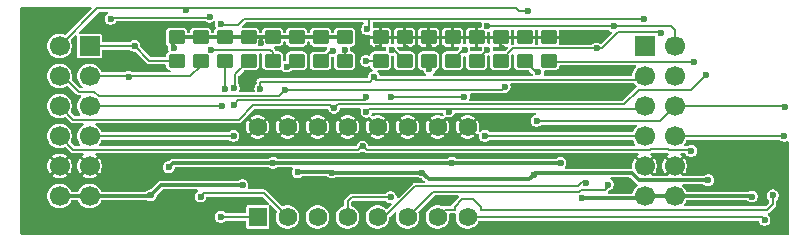
<source format=gbr>
%TF.GenerationSoftware,KiCad,Pcbnew,9.0.6-9.0.6~ubuntu24.04.1*%
%TF.CreationDate,2026-01-17T20:35:02-03:00*%
%TF.ProjectId,cotti_level_shifter,636f7474-695f-46c6-9576-656c5f736869,0.0*%
%TF.SameCoordinates,Original*%
%TF.FileFunction,Copper,L1,Top*%
%TF.FilePolarity,Positive*%
%FSLAX46Y46*%
G04 Gerber Fmt 4.6, Leading zero omitted, Abs format (unit mm)*
G04 Created by KiCad (PCBNEW 9.0.6-9.0.6~ubuntu24.04.1) date 2026-01-17 20:35:02*
%MOMM*%
%LPD*%
G01*
G04 APERTURE LIST*
G04 Aperture macros list*
%AMRoundRect*
0 Rectangle with rounded corners*
0 $1 Rounding radius*
0 $2 $3 $4 $5 $6 $7 $8 $9 X,Y pos of 4 corners*
0 Add a 4 corners polygon primitive as box body*
4,1,4,$2,$3,$4,$5,$6,$7,$8,$9,$2,$3,0*
0 Add four circle primitives for the rounded corners*
1,1,$1+$1,$2,$3*
1,1,$1+$1,$4,$5*
1,1,$1+$1,$6,$7*
1,1,$1+$1,$8,$9*
0 Add four rect primitives between the rounded corners*
20,1,$1+$1,$2,$3,$4,$5,0*
20,1,$1+$1,$4,$5,$6,$7,0*
20,1,$1+$1,$6,$7,$8,$9,0*
20,1,$1+$1,$8,$9,$2,$3,0*%
G04 Aperture macros list end*
%TA.AperFunction,ComponentPad*%
%ADD10R,1.700000X1.700000*%
%TD*%
%TA.AperFunction,ComponentPad*%
%ADD11C,1.700000*%
%TD*%
%TA.AperFunction,ComponentPad*%
%ADD12R,1.580000X1.580000*%
%TD*%
%TA.AperFunction,ComponentPad*%
%ADD13C,1.580000*%
%TD*%
%TA.AperFunction,SMDPad,CuDef*%
%ADD14RoundRect,0.250000X0.450000X-0.350000X0.450000X0.350000X-0.450000X0.350000X-0.450000X-0.350000X0*%
%TD*%
%TA.AperFunction,SMDPad,CuDef*%
%ADD15RoundRect,0.250000X-0.450000X0.350000X-0.450000X-0.350000X0.450000X-0.350000X0.450000X0.350000X0*%
%TD*%
%TA.AperFunction,ViaPad*%
%ADD16C,0.600000*%
%TD*%
%TA.AperFunction,Conductor*%
%ADD17C,0.200000*%
%TD*%
%TA.AperFunction,Conductor*%
%ADD18C,0.300000*%
%TD*%
G04 APERTURE END LIST*
D10*
%TO.P,J2,1,IO1*%
%TO.N,/b1*%
X154940000Y-156210000D03*
D11*
%TO.P,J2,2,IO2/PWM*%
%TO.N,/b2*%
X154940000Y-158750000D03*
%TO.P,J2,3,IO3*%
%TO.N,/b3*%
X154940000Y-161290000D03*
%TO.P,J2,4,IO4*%
%TO.N,/b4*%
X154940000Y-163830000D03*
%TO.P,J2,5,GND*%
%TO.N,GND*%
X154940000Y-166370000D03*
%TO.P,J2,6,VCC*%
%TO.N,VCCB*%
X154940000Y-168910000D03*
%TO.P,J2,7,IO5*%
%TO.N,/b5*%
X157480000Y-156210000D03*
%TO.P,J2,8,IO6/PWM*%
%TO.N,/b6*%
X157480000Y-158750000D03*
%TO.P,J2,9,IO7*%
%TO.N,/b7*%
X157480000Y-161290000D03*
%TO.P,J2,10,IO8*%
%TO.N,/b8*%
X157480000Y-163830000D03*
%TO.P,J2,11,GND*%
%TO.N,GND*%
X157480000Y-166370000D03*
%TO.P,J2,12,VCC*%
%TO.N,VCCB*%
X157480000Y-168910000D03*
%TD*%
D12*
%TO.P,SW1,1*%
%TO.N,/dir1*%
X122174000Y-170688000D03*
D13*
%TO.P,SW1,2*%
%TO.N,/dir2*%
X124714000Y-170688000D03*
%TO.P,SW1,3*%
%TO.N,/dir3*%
X127254000Y-170688000D03*
%TO.P,SW1,4*%
%TO.N,/dir4*%
X129794000Y-170688000D03*
%TO.P,SW1,5*%
%TO.N,/dir5*%
X132334000Y-170688000D03*
%TO.P,SW1,6*%
%TO.N,/dir6*%
X134874000Y-170688000D03*
%TO.P,SW1,7*%
%TO.N,/dir7*%
X137414000Y-170688000D03*
%TO.P,SW1,8*%
%TO.N,/dir8*%
X139954000Y-170688000D03*
%TO.P,SW1,9*%
%TO.N,GND*%
X139954000Y-163068000D03*
%TO.P,SW1,10*%
X137414000Y-163068000D03*
%TO.P,SW1,11*%
X134874000Y-163068000D03*
%TO.P,SW1,12*%
X132334000Y-163068000D03*
%TO.P,SW1,13*%
X129794000Y-163068000D03*
%TO.P,SW1,14*%
X127254000Y-163068000D03*
%TO.P,SW1,15*%
X124714000Y-163068000D03*
%TO.P,SW1,16*%
X122174000Y-163068000D03*
%TD*%
D10*
%TO.P,J1,1,IO1*%
%TO.N,/a1*%
X107950000Y-156210000D03*
D11*
%TO.P,J1,2,IO2/PWM*%
%TO.N,/a2*%
X107950000Y-158750000D03*
%TO.P,J1,3,IO3*%
%TO.N,/a3*%
X107950000Y-161290000D03*
%TO.P,J1,4,IO4*%
%TO.N,/a4*%
X107950000Y-163830000D03*
%TO.P,J1,5,GND*%
%TO.N,GND*%
X107950000Y-166370000D03*
%TO.P,J1,6,VCC*%
%TO.N,VCCA*%
X107950000Y-168910000D03*
%TO.P,J1,7,IO5*%
%TO.N,/a5*%
X105410000Y-156210000D03*
%TO.P,J1,8,IO6/PWM*%
%TO.N,/a6*%
X105410000Y-158750000D03*
%TO.P,J1,9,IO7*%
%TO.N,/a7*%
X105410000Y-161290000D03*
%TO.P,J1,10,IO8*%
%TO.N,/a8*%
X105410000Y-163830000D03*
%TO.P,J1,11,GND*%
%TO.N,GND*%
X105410000Y-166370000D03*
%TO.P,J1,12,VCC*%
%TO.N,VCCA*%
X105410000Y-168910000D03*
%TD*%
D14*
%TO.P,R25,1*%
%TO.N,/b5*%
X140716000Y-157464000D03*
%TO.P,R25,2*%
%TO.N,GND*%
X140716000Y-155464000D03*
%TD*%
D15*
%TO.P,R11,1*%
%TO.N,VCCA*%
X119380000Y-155464000D03*
%TO.P,R11,2*%
%TO.N,/a3*%
X119380000Y-157464000D03*
%TD*%
D14*
%TO.P,R5,1*%
%TO.N,/b1*%
X132588000Y-157464000D03*
%TO.P,R5,2*%
%TO.N,GND*%
X132588000Y-155464000D03*
%TD*%
D15*
%TO.P,R21,1*%
%TO.N,VCCA*%
X123444000Y-155448000D03*
%TO.P,R21,2*%
%TO.N,/a5*%
X123444000Y-157448000D03*
%TD*%
%TO.P,R16,1*%
%TO.N,VCCA*%
X121412000Y-155464000D03*
%TO.P,R16,2*%
%TO.N,/a4*%
X121412000Y-157464000D03*
%TD*%
%TO.P,R6,1*%
%TO.N,VCCA*%
X117348000Y-155464000D03*
%TO.P,R6,2*%
%TO.N,/a2*%
X117348000Y-157464000D03*
%TD*%
D14*
%TO.P,R15,1*%
%TO.N,/b3*%
X136652000Y-157464000D03*
%TO.P,R15,2*%
%TO.N,GND*%
X136652000Y-155464000D03*
%TD*%
%TO.P,R10,1*%
%TO.N,/b2*%
X134620000Y-157464000D03*
%TO.P,R10,2*%
%TO.N,GND*%
X134620000Y-155464000D03*
%TD*%
%TO.P,R20,1*%
%TO.N,/b4*%
X138684000Y-157464000D03*
%TO.P,R20,2*%
%TO.N,GND*%
X138684000Y-155464000D03*
%TD*%
%TO.P,R40,1*%
%TO.N,/b8*%
X146812000Y-157480000D03*
%TO.P,R40,2*%
%TO.N,GND*%
X146812000Y-155480000D03*
%TD*%
D15*
%TO.P,R26,1*%
%TO.N,VCCA*%
X125476000Y-155464000D03*
%TO.P,R26,2*%
%TO.N,/a6*%
X125476000Y-157464000D03*
%TD*%
%TO.P,R31,1*%
%TO.N,VCCA*%
X127508000Y-155480000D03*
%TO.P,R31,2*%
%TO.N,/a7*%
X127508000Y-157480000D03*
%TD*%
%TO.P,R1,1*%
%TO.N,VCCA*%
X115316000Y-155464000D03*
%TO.P,R1,2*%
%TO.N,/a1*%
X115316000Y-157464000D03*
%TD*%
D14*
%TO.P,R35,1*%
%TO.N,/b7*%
X144780000Y-157464000D03*
%TO.P,R35,2*%
%TO.N,GND*%
X144780000Y-155464000D03*
%TD*%
D15*
%TO.P,R36,1*%
%TO.N,VCCA*%
X129540000Y-155464000D03*
%TO.P,R36,2*%
%TO.N,/a8*%
X129540000Y-157464000D03*
%TD*%
D14*
%TO.P,R30,1*%
%TO.N,/b6*%
X142748000Y-157464000D03*
%TO.P,R30,2*%
%TO.N,GND*%
X142748000Y-155464000D03*
%TD*%
D16*
%TO.N,GND*%
X153162000Y-167894000D03*
X159004000Y-166624000D03*
X111455200Y-163041000D03*
X151638000Y-163160000D03*
X108585000Y-154559000D03*
X150977600Y-158343600D03*
X122936000Y-161848800D03*
X142849600Y-156362400D03*
X115620800Y-163068000D03*
X118059200Y-163041000D03*
X134112000Y-164287200D03*
X134721600Y-156362400D03*
X132334000Y-156362400D03*
X109601000Y-163068000D03*
X143916400Y-163169600D03*
X125577600Y-161848800D03*
X136652000Y-156311600D03*
X124460000Y-156514800D03*
X148478000Y-163160000D03*
X110490000Y-154940000D03*
X110998000Y-157480000D03*
X125476000Y-164338000D03*
X113893600Y-163068000D03*
X153060400Y-160070800D03*
%TO.N,VCCA*%
X120904000Y-167995600D03*
X145542000Y-167132000D03*
X128473200Y-166928800D03*
X125564427Y-166893538D03*
X160324800Y-167571000D03*
X115060800Y-156358042D03*
X136093200Y-166928800D03*
X113131600Y-168859200D03*
X122428000Y-155942285D03*
%TO.N,VCCB*%
X123494800Y-166116000D03*
X147828000Y-166116000D03*
X164033200Y-168960800D03*
X149675988Y-169090655D03*
X114655600Y-166471600D03*
X138633200Y-166116000D03*
%TO.N,/a2*%
X111252000Y-158800800D03*
%TO.N,/a4*%
X120142000Y-163830000D03*
X131318000Y-160528000D03*
X120172985Y-161184269D03*
X120177501Y-159763186D03*
%TO.N,/a8*%
X131064000Y-164719000D03*
X158877000Y-165100000D03*
X129541000Y-156564000D03*
%TO.N,/a3*%
X119380000Y-159826400D03*
X118110000Y-153740000D03*
X119176800Y-161290000D03*
X109728000Y-153924000D03*
%TO.N,/a6*%
X143103600Y-159654800D03*
X124627252Y-157956072D03*
X124460000Y-159928000D03*
%TO.N,/a7*%
X128651000Y-161432800D03*
X128523635Y-156616100D03*
X160121600Y-158648400D03*
%TO.N,/a1*%
X111760000Y-156210000D03*
%TO.N,/a5*%
X116078000Y-153200000D03*
X145084800Y-153263600D03*
X118256487Y-156518333D03*
%TO.N,/b3*%
X131392180Y-161771911D03*
X138347260Y-161763000D03*
X136723999Y-158179506D03*
%TO.N,/b8*%
X166776400Y-163830000D03*
X159105600Y-157530800D03*
%TO.N,/b6*%
X156311600Y-155133600D03*
X150876000Y-156413200D03*
%TO.N,/b7*%
X145796000Y-162560000D03*
X166840000Y-161340800D03*
X145947116Y-158454800D03*
%TO.N,/b2*%
X133526745Y-156540281D03*
X132029200Y-158851600D03*
X122396591Y-159826400D03*
%TO.N,/b5*%
X141640000Y-156514800D03*
X141640000Y-154504000D03*
X152349200Y-154533600D03*
%TO.N,/b4*%
X139700000Y-156565600D03*
X141427200Y-163830000D03*
%TO.N,/b1*%
X154889200Y-153924000D03*
X131368800Y-157480000D03*
X119068000Y-154364000D03*
X131450165Y-154767365D03*
%TO.N,/dir6*%
X151841200Y-167944800D03*
%TO.N,/dir1*%
X119075200Y-170688000D03*
%TO.N,/dir2*%
X117348000Y-168960800D03*
%TO.N,/dir4*%
X139649200Y-160528000D03*
X133451600Y-169011600D03*
X133451600Y-160528000D03*
%TO.N,/dir5*%
X149961600Y-167802000D03*
%TO.N,/dir7*%
X165801600Y-168859200D03*
%TO.N,/dir8*%
X165100001Y-170937573D03*
%TD*%
D17*
%TO.N,/dir4*%
X133451600Y-160528000D02*
X133486600Y-160563000D01*
X133486600Y-160563000D02*
X139614200Y-160563000D01*
X139614200Y-160563000D02*
X139649200Y-160528000D01*
%TO.N,/a4*%
X131236400Y-160762000D02*
X124193100Y-160762000D01*
X131267200Y-160731200D02*
X131236400Y-160762000D01*
X131318000Y-160528000D02*
X131267200Y-160578800D01*
X131267200Y-160578800D02*
X131267200Y-160731200D01*
X120529854Y-160827400D02*
X120172985Y-161184269D01*
X124193100Y-160762000D02*
X124127700Y-160827400D01*
X124127700Y-160827400D02*
X120529854Y-160827400D01*
%TO.N,GND*%
X146796000Y-155464000D02*
X146812000Y-155480000D01*
X132588000Y-155464000D02*
X146796000Y-155464000D01*
D18*
%TO.N,VCCA*%
X128437938Y-166893538D02*
X125564427Y-166893538D01*
X122428000Y-155464000D02*
X122428000Y-155942285D01*
X154442529Y-167571000D02*
X153851129Y-166979600D01*
X122428000Y-155464000D02*
X129540000Y-155464000D01*
X160324800Y-167571000D02*
X154442529Y-167571000D01*
X112826800Y-168910000D02*
X107950000Y-168910000D01*
X105410000Y-168910000D02*
X107950000Y-168910000D01*
X136652000Y-167487600D02*
X136093200Y-166928800D01*
X114995884Y-156293126D02*
X114995884Y-155784116D01*
X113995200Y-167995600D02*
X120904000Y-167995600D01*
X145694400Y-166979600D02*
X145542000Y-167132000D01*
X112877600Y-168859200D02*
X112826800Y-168910000D01*
X114995884Y-155784116D02*
X115316000Y-155464000D01*
X128473200Y-166928800D02*
X136093200Y-166928800D01*
X115316000Y-155464000D02*
X122428000Y-155464000D01*
X113131600Y-168859200D02*
X112877600Y-168859200D01*
X153851129Y-166979600D02*
X145694400Y-166979600D01*
X113131600Y-168859200D02*
X113995200Y-167995600D01*
X115060800Y-156358042D02*
X114995884Y-156293126D01*
X145186400Y-167487600D02*
X136652000Y-167487600D01*
X145542000Y-167132000D02*
X145186400Y-167487600D01*
X128473200Y-166928800D02*
X128437938Y-166893538D01*
%TO.N,VCCB*%
X163982400Y-168910000D02*
X164033200Y-168960800D01*
X149984007Y-169090655D02*
X149991731Y-169082931D01*
X149675988Y-169090655D02*
X149984007Y-169090655D01*
X115011200Y-166116000D02*
X147828000Y-166116000D01*
X157480000Y-168910000D02*
X154940000Y-168910000D01*
X154767069Y-169082931D02*
X154940000Y-168910000D01*
X157480000Y-168910000D02*
X163982400Y-168910000D01*
X114655600Y-166471600D02*
X115011200Y-166116000D01*
X149991731Y-169082931D02*
X154767069Y-169082931D01*
D17*
%TO.N,/a2*%
X117348000Y-157886400D02*
X117348000Y-157464000D01*
X107950000Y-158750000D02*
X116484400Y-158750000D01*
X116484400Y-158750000D02*
X117348000Y-157886400D01*
%TO.N,/a4*%
X120253000Y-158623000D02*
X121412000Y-157464000D01*
X120177501Y-159763186D02*
X120253000Y-159687687D01*
X107950000Y-163830000D02*
X120142000Y-163830000D01*
X120253000Y-159687687D02*
X120253000Y-158623000D01*
%TO.N,/a8*%
X129541000Y-156564000D02*
X129540000Y-156565000D01*
X155424760Y-164973000D02*
X156995240Y-164973000D01*
X130675000Y-164981000D02*
X130937000Y-164719000D01*
X130675000Y-164981000D02*
X106561000Y-164981000D01*
X158758000Y-164981000D02*
X158877000Y-165100000D01*
X130937000Y-164719000D02*
X131064000Y-164719000D01*
X131453000Y-164981000D02*
X155416760Y-164981000D01*
X156995240Y-164973000D02*
X157003240Y-164981000D01*
X157003240Y-164981000D02*
X158758000Y-164981000D01*
X131064000Y-164719000D02*
X131191000Y-164719000D01*
X106561000Y-164981000D02*
X105410000Y-163830000D01*
X129540000Y-156565000D02*
X129540000Y-157464000D01*
X131191000Y-164719000D02*
X131453000Y-164981000D01*
X155416760Y-164981000D02*
X155424760Y-164973000D01*
%TO.N,/a3*%
X118049000Y-153801000D02*
X109851000Y-153801000D01*
X107950000Y-161290000D02*
X119176800Y-161290000D01*
X119380000Y-159826400D02*
X119380000Y-157464000D01*
X109851000Y-153801000D02*
X109728000Y-153924000D01*
X118110000Y-153740000D02*
X118049000Y-153801000D01*
%TO.N,/a6*%
X142830400Y-159928000D02*
X124460000Y-159928000D01*
X125119324Y-157464000D02*
X125476000Y-157464000D01*
X124627252Y-157956072D02*
X125119324Y-157464000D01*
X108714160Y-160426400D02*
X123961600Y-160426400D01*
X105410000Y-158750000D02*
X105714800Y-158750000D01*
X107035600Y-160070800D02*
X108358560Y-160070800D01*
X143103600Y-159654800D02*
X142830400Y-159928000D01*
X108358560Y-160070800D02*
X108714160Y-160426400D01*
X123961600Y-160426400D02*
X124460000Y-159928000D01*
X105714800Y-158750000D02*
X107035600Y-160070800D01*
%TO.N,/a7*%
X154429840Y-159918400D02*
X158851600Y-159918400D01*
X153185240Y-161163000D02*
X154429840Y-159918400D01*
X128473200Y-161442400D02*
X128270000Y-161239200D01*
X128955800Y-161163000D02*
X153185240Y-161163000D01*
X128523635Y-156616100D02*
X128371900Y-156616100D01*
X128651000Y-161432800D02*
X128641400Y-161442400D01*
X120565800Y-162441000D02*
X106561000Y-162441000D01*
X128371900Y-156616100D02*
X127508000Y-157480000D01*
X128641400Y-161442400D02*
X128473200Y-161442400D01*
X128651000Y-161432800D02*
X128686000Y-161432800D01*
X121767600Y-161239200D02*
X120565800Y-162441000D01*
X106561000Y-162441000D02*
X105410000Y-161290000D01*
X128270000Y-161239200D02*
X121767600Y-161239200D01*
X158851600Y-159918400D02*
X160121600Y-158648400D01*
X128686000Y-161432800D02*
X128955800Y-161163000D01*
%TO.N,/a1*%
X107950000Y-156210000D02*
X111760000Y-156210000D01*
X111760000Y-156210000D02*
X113014000Y-157464000D01*
X113014000Y-157464000D02*
X115316000Y-157464000D01*
%TO.N,/a5*%
X108619000Y-153001000D02*
X105410000Y-156210000D01*
X116078000Y-153200000D02*
X115879000Y-153001000D01*
X118280439Y-156542285D02*
X118256487Y-156518333D01*
X116268400Y-153009600D02*
X119879400Y-153009600D01*
X120321283Y-156542285D02*
X123268285Y-156542285D01*
X119879400Y-153009600D02*
X119888000Y-153001000D01*
X123444000Y-156718000D02*
X123444000Y-157448000D01*
X123268285Y-156542285D02*
X123444000Y-156718000D01*
X144019800Y-153001000D02*
X144282400Y-153263600D01*
X119888000Y-153001000D02*
X144019800Y-153001000D01*
X144282400Y-153263600D02*
X145084800Y-153263600D01*
X120321283Y-156542285D02*
X118280439Y-156542285D01*
X116078000Y-153200000D02*
X116268400Y-153009600D01*
X115879000Y-153001000D02*
X108619000Y-153001000D01*
%TO.N,/b3*%
X136652000Y-158107507D02*
X136652000Y-157464000D01*
X136723999Y-158179506D02*
X136652000Y-158107507D01*
X131597091Y-161567000D02*
X138531600Y-161567000D01*
X138531600Y-161578660D02*
X138531600Y-161567000D01*
X138531600Y-161567000D02*
X154663000Y-161567000D01*
X138347260Y-161763000D02*
X138531600Y-161578660D01*
X154663000Y-161567000D02*
X154940000Y-161290000D01*
X131392180Y-161771911D02*
X131597091Y-161567000D01*
%TO.N,/b8*%
X159105600Y-157530800D02*
X146862800Y-157530800D01*
X146862800Y-157530800D02*
X146812000Y-157480000D01*
X166776400Y-163830000D02*
X157480000Y-163830000D01*
%TO.N,/b6*%
X142748000Y-157464000D02*
X143798800Y-156413200D01*
X156237000Y-155059000D02*
X156311600Y-155133600D01*
X151319543Y-156413200D02*
X152673743Y-155059000D01*
X150876000Y-156413200D02*
X151319543Y-156413200D01*
X152673743Y-155059000D02*
X156237000Y-155059000D01*
X143798800Y-156413200D02*
X150876000Y-156413200D01*
%TO.N,/b7*%
X157480000Y-161290000D02*
X156210000Y-162560000D01*
X156210000Y-162560000D02*
X145796000Y-162560000D01*
X145770800Y-158454800D02*
X144780000Y-157464000D01*
X166789200Y-161290000D02*
X166840000Y-161340800D01*
X145947116Y-158454800D02*
X145770800Y-158454800D01*
X157480000Y-161290000D02*
X166789200Y-161290000D01*
%TO.N,/b2*%
X122377200Y-159224000D02*
X131656800Y-159224000D01*
X131656800Y-159224000D02*
X132029200Y-158851600D01*
X132232400Y-159054800D02*
X132029200Y-158851600D01*
X154635200Y-159054800D02*
X132232400Y-159054800D01*
X122396591Y-159243391D02*
X122377200Y-159224000D01*
X133526745Y-156540281D02*
X133696281Y-156540281D01*
X133696281Y-156540281D02*
X134620000Y-157464000D01*
X154940000Y-158750000D02*
X154635200Y-159054800D01*
X122396591Y-159826400D02*
X122396591Y-159243391D01*
%TO.N,/b5*%
X141640000Y-156540000D02*
X140716000Y-157464000D01*
X157480000Y-156210000D02*
X157480000Y-154838400D01*
X141640000Y-156514800D02*
X141640000Y-156540000D01*
X157175200Y-154533600D02*
X141669600Y-154533600D01*
X141669600Y-154533600D02*
X141640000Y-154504000D01*
X157480000Y-154838400D02*
X157175200Y-154533600D01*
%TO.N,/b4*%
X154940000Y-163830000D02*
X141630400Y-163830000D01*
X141630400Y-163830000D02*
X141427200Y-163830000D01*
X139700000Y-156565600D02*
X139582400Y-156565600D01*
X139582400Y-156565600D02*
X138684000Y-157464000D01*
%TO.N,/b1*%
X120516943Y-154395251D02*
X119099251Y-154395251D01*
X132572000Y-157480000D02*
X132588000Y-157464000D01*
X131622800Y-154594730D02*
X131450165Y-154767365D01*
X121008194Y-153904000D02*
X120516943Y-154395251D01*
X154838400Y-153924000D02*
X154818400Y-153904000D01*
X131622800Y-153904000D02*
X131622800Y-154594730D01*
X154889200Y-153924000D02*
X154838400Y-153924000D01*
X119099251Y-154395251D02*
X119068000Y-154364000D01*
X154818400Y-153904000D02*
X131622800Y-153904000D01*
X131622800Y-153904000D02*
X121008194Y-153904000D01*
X131368800Y-157480000D02*
X132572000Y-157480000D01*
%TO.N,/dir6*%
X137007600Y-168554400D02*
X134874000Y-170688000D01*
X149406857Y-168554400D02*
X137007600Y-168554400D01*
X151841200Y-168148000D02*
X151587200Y-168402000D01*
X151841200Y-167944800D02*
X151841200Y-168148000D01*
X151587200Y-168402000D02*
X149559257Y-168402000D01*
X149559257Y-168402000D02*
X149406857Y-168554400D01*
%TO.N,/dir1*%
X122174000Y-170688000D02*
X119075200Y-170688000D01*
%TO.N,/dir2*%
X122682000Y-168656000D02*
X124714000Y-170688000D01*
X117652800Y-168656000D02*
X122682000Y-168656000D01*
X117348000Y-168960800D02*
X117652800Y-168656000D01*
%TO.N,/dir4*%
X130098800Y-169062400D02*
X130149600Y-169011600D01*
X129794000Y-169367200D02*
X130098800Y-169062400D01*
X129794000Y-170688000D02*
X129794000Y-169367200D01*
X130149600Y-169011600D02*
X133451600Y-169011600D01*
%TO.N,/dir5*%
X132916951Y-170688000D02*
X132334000Y-170688000D01*
X149296957Y-168097200D02*
X135507751Y-168097200D01*
X149909800Y-167750200D02*
X149643957Y-167750200D01*
X149961600Y-167802000D02*
X149909800Y-167750200D01*
X149643957Y-167750200D02*
X149296957Y-168097200D01*
X135507751Y-168097200D02*
X132916951Y-170688000D01*
%TO.N,/dir7*%
X140410049Y-169187000D02*
X141055000Y-169831951D01*
X138853000Y-170078400D02*
X138853000Y-169831951D01*
X141055000Y-170078400D02*
X165303200Y-170078400D01*
X137414000Y-170688000D02*
X138023600Y-170078400D01*
X141055000Y-169831951D02*
X141055000Y-170078400D01*
X165303200Y-170078400D02*
X165811200Y-169570400D01*
X138023600Y-170078400D02*
X138853000Y-170078400D01*
X165811200Y-168868800D02*
X165801600Y-168859200D01*
X138853000Y-169831951D02*
X139497951Y-169187000D01*
X165811200Y-169570400D02*
X165811200Y-168868800D01*
X139497951Y-169187000D02*
X140410049Y-169187000D01*
%TO.N,/dir8*%
X165100001Y-170937573D02*
X165100001Y-170891201D01*
X165100001Y-170891201D02*
X164896800Y-170688000D01*
X164896800Y-170688000D02*
X139954000Y-170688000D01*
%TD*%
%TA.AperFunction,Conductor*%
%TO.N,GND*%
G36*
X108113712Y-152919407D02*
G01*
X108149676Y-152968907D01*
X108149676Y-153030093D01*
X108125525Y-153069504D01*
X105960291Y-155234736D01*
X105905774Y-155262513D01*
X105852402Y-155256196D01*
X105716420Y-155199870D01*
X105716418Y-155199869D01*
X105513467Y-155159500D01*
X105513465Y-155159500D01*
X105306535Y-155159500D01*
X105306532Y-155159500D01*
X105103581Y-155199869D01*
X104912402Y-155279058D01*
X104740348Y-155394020D01*
X104594020Y-155540348D01*
X104479058Y-155712402D01*
X104399869Y-155903581D01*
X104359500Y-156106532D01*
X104359500Y-156313467D01*
X104399869Y-156516418D01*
X104479058Y-156707597D01*
X104593981Y-156879592D01*
X104594023Y-156879655D01*
X104740345Y-157025977D01*
X104912402Y-157140941D01*
X105103580Y-157220130D01*
X105306535Y-157260500D01*
X105306536Y-157260500D01*
X105513464Y-157260500D01*
X105513465Y-157260500D01*
X105716420Y-157220130D01*
X105907598Y-157140941D01*
X106079655Y-157025977D01*
X106225977Y-156879655D01*
X106340941Y-156707598D01*
X106420130Y-156516420D01*
X106460500Y-156313465D01*
X106460500Y-156106535D01*
X106420130Y-155903580D01*
X106363802Y-155767595D01*
X106359002Y-155706599D01*
X106385264Y-155659706D01*
X106730497Y-155314474D01*
X106785013Y-155286697D01*
X106845445Y-155296268D01*
X106888710Y-155339533D01*
X106899500Y-155384478D01*
X106899500Y-157079746D01*
X106899501Y-157079758D01*
X106911132Y-157138227D01*
X106911134Y-157138233D01*
X106955445Y-157204548D01*
X106955448Y-157204552D01*
X107021769Y-157248867D01*
X107066231Y-157257711D01*
X107080241Y-157260498D01*
X107080246Y-157260498D01*
X107080252Y-157260500D01*
X107080253Y-157260500D01*
X108819747Y-157260500D01*
X108819748Y-157260500D01*
X108878231Y-157248867D01*
X108944552Y-157204552D01*
X108988867Y-157138231D01*
X109000500Y-157079748D01*
X109000500Y-156609500D01*
X109019407Y-156551309D01*
X109068907Y-156515345D01*
X109099500Y-156510500D01*
X111311679Y-156510500D01*
X111369870Y-156529407D01*
X111381676Y-156539490D01*
X111452686Y-156610500D01*
X111452688Y-156610501D01*
X111452690Y-156610503D01*
X111566810Y-156676390D01*
X111566808Y-156676390D01*
X111566812Y-156676391D01*
X111566814Y-156676392D01*
X111694108Y-156710500D01*
X111694110Y-156710500D01*
X111794521Y-156710500D01*
X111852712Y-156729407D01*
X111864525Y-156739496D01*
X112773540Y-157648511D01*
X112773539Y-157648511D01*
X112829489Y-157704460D01*
X112898007Y-157744019D01*
X112898011Y-157744021D01*
X112974435Y-157764499D01*
X112974437Y-157764500D01*
X112974438Y-157764500D01*
X114316500Y-157764500D01*
X114374691Y-157783407D01*
X114410655Y-157832907D01*
X114415500Y-157863500D01*
X114415500Y-157868274D01*
X114418353Y-157898694D01*
X114418355Y-157898703D01*
X114463207Y-158026883D01*
X114543845Y-158136144D01*
X114543847Y-158136146D01*
X114543850Y-158136150D01*
X114543853Y-158136152D01*
X114543855Y-158136154D01*
X114653116Y-158216792D01*
X114653117Y-158216792D01*
X114653118Y-158216793D01*
X114695003Y-158231449D01*
X114768182Y-158257056D01*
X114816862Y-158294121D01*
X114834459Y-158352722D01*
X114814251Y-158410473D01*
X114763956Y-158445317D01*
X114735484Y-158449500D01*
X111649521Y-158449500D01*
X111591330Y-158430593D01*
X111579523Y-158420509D01*
X111559314Y-158400300D01*
X111559311Y-158400298D01*
X111559309Y-158400296D01*
X111445189Y-158334409D01*
X111445191Y-158334409D01*
X111391067Y-158319907D01*
X111317892Y-158300300D01*
X111186108Y-158300300D01*
X111112933Y-158319907D01*
X111058809Y-158334409D01*
X110944690Y-158400296D01*
X110944689Y-158400297D01*
X110944686Y-158400299D01*
X110944686Y-158400300D01*
X110924480Y-158420505D01*
X110869966Y-158448281D01*
X110854479Y-158449500D01*
X109028732Y-158449500D01*
X108970541Y-158430593D01*
X108937268Y-158388386D01*
X108880941Y-158252402D01*
X108765979Y-158080348D01*
X108765977Y-158080345D01*
X108619655Y-157934023D01*
X108619651Y-157934020D01*
X108447597Y-157819058D01*
X108256418Y-157739869D01*
X108053467Y-157699500D01*
X108053465Y-157699500D01*
X107846535Y-157699500D01*
X107846532Y-157699500D01*
X107643581Y-157739869D01*
X107452402Y-157819058D01*
X107280348Y-157934020D01*
X107134020Y-158080348D01*
X107019058Y-158252402D01*
X106939869Y-158443581D01*
X106899500Y-158646532D01*
X106899500Y-158853467D01*
X106939869Y-159056418D01*
X107019058Y-159247597D01*
X107128338Y-159411147D01*
X107134023Y-159419655D01*
X107280345Y-159565977D01*
X107314665Y-159588909D01*
X107314778Y-159588984D01*
X107352658Y-159637034D01*
X107355060Y-159698172D01*
X107321068Y-159749046D01*
X107263665Y-159770224D01*
X107259777Y-159770300D01*
X107201079Y-159770300D01*
X107142888Y-159751393D01*
X107131075Y-159741304D01*
X106461870Y-159072099D01*
X106434093Y-159017582D01*
X106434775Y-158982786D01*
X106460500Y-158853465D01*
X106460500Y-158646535D01*
X106420130Y-158443580D01*
X106340941Y-158252402D01*
X106225977Y-158080345D01*
X106079655Y-157934023D01*
X106079651Y-157934020D01*
X105907597Y-157819058D01*
X105716418Y-157739869D01*
X105513467Y-157699500D01*
X105513465Y-157699500D01*
X105306535Y-157699500D01*
X105306532Y-157699500D01*
X105103581Y-157739869D01*
X104912402Y-157819058D01*
X104740348Y-157934020D01*
X104594020Y-158080348D01*
X104479058Y-158252402D01*
X104399869Y-158443581D01*
X104359500Y-158646532D01*
X104359500Y-158853467D01*
X104399869Y-159056418D01*
X104479058Y-159247597D01*
X104588338Y-159411147D01*
X104594023Y-159419655D01*
X104740345Y-159565977D01*
X104912402Y-159680941D01*
X105103580Y-159760130D01*
X105306535Y-159800500D01*
X105306536Y-159800500D01*
X105513464Y-159800500D01*
X105513465Y-159800500D01*
X105716420Y-159760130D01*
X105907598Y-159680941D01*
X106027777Y-159600640D01*
X106086663Y-159584032D01*
X106144067Y-159605209D01*
X106152781Y-159612952D01*
X106795140Y-160255311D01*
X106795139Y-160255311D01*
X106851089Y-160311260D01*
X106919607Y-160350819D01*
X106919611Y-160350821D01*
X106996035Y-160371299D01*
X106996037Y-160371300D01*
X106996038Y-160371300D01*
X107075162Y-160371300D01*
X107144061Y-160371300D01*
X107202252Y-160390207D01*
X107238216Y-160439707D01*
X107238216Y-160500893D01*
X107214066Y-160540301D01*
X107160478Y-160593890D01*
X107134020Y-160620348D01*
X107019058Y-160792402D01*
X106939869Y-160983581D01*
X106899500Y-161186532D01*
X106899500Y-161393467D01*
X106939869Y-161596418D01*
X107019058Y-161787597D01*
X107131705Y-161956186D01*
X107134023Y-161959655D01*
X107145866Y-161971498D01*
X107173642Y-162026013D01*
X107164071Y-162086445D01*
X107120806Y-162129710D01*
X107075861Y-162140500D01*
X106726479Y-162140500D01*
X106668288Y-162121593D01*
X106656475Y-162111504D01*
X106385263Y-161840292D01*
X106357486Y-161785775D01*
X106363802Y-161732405D01*
X106420130Y-161596420D01*
X106460500Y-161393465D01*
X106460500Y-161186535D01*
X106420130Y-160983580D01*
X106340941Y-160792402D01*
X106225977Y-160620345D01*
X106079655Y-160474023D01*
X106079651Y-160474020D01*
X105907597Y-160359058D01*
X105716418Y-160279869D01*
X105513467Y-160239500D01*
X105513465Y-160239500D01*
X105306535Y-160239500D01*
X105306532Y-160239500D01*
X105103581Y-160279869D01*
X104912402Y-160359058D01*
X104740348Y-160474020D01*
X104594020Y-160620348D01*
X104479058Y-160792402D01*
X104399869Y-160983581D01*
X104359500Y-161186532D01*
X104359500Y-161393467D01*
X104399869Y-161596418D01*
X104479058Y-161787597D01*
X104591705Y-161956186D01*
X104594023Y-161959655D01*
X104740345Y-162105977D01*
X104912402Y-162220941D01*
X105103580Y-162300130D01*
X105306535Y-162340500D01*
X105306536Y-162340500D01*
X105513464Y-162340500D01*
X105513465Y-162340500D01*
X105716420Y-162300130D01*
X105852405Y-162243802D01*
X105913399Y-162239002D01*
X105960292Y-162265263D01*
X106320540Y-162625511D01*
X106320539Y-162625511D01*
X106376489Y-162681460D01*
X106445007Y-162721019D01*
X106445011Y-162721021D01*
X106521435Y-162741499D01*
X106521437Y-162741500D01*
X107361846Y-162741500D01*
X107420037Y-162760407D01*
X107456001Y-162809907D01*
X107456001Y-162871093D01*
X107420037Y-162920593D01*
X107416847Y-162922816D01*
X107280348Y-163014020D01*
X107134020Y-163160348D01*
X107019058Y-163332402D01*
X106939869Y-163523581D01*
X106899500Y-163726532D01*
X106899500Y-163933467D01*
X106939869Y-164136418D01*
X107019058Y-164327597D01*
X107075244Y-164411686D01*
X107134023Y-164499655D01*
X107145866Y-164511498D01*
X107173642Y-164566013D01*
X107164071Y-164626445D01*
X107120806Y-164669710D01*
X107075861Y-164680500D01*
X106726479Y-164680500D01*
X106668288Y-164661593D01*
X106656475Y-164651504D01*
X106385263Y-164380292D01*
X106357486Y-164325775D01*
X106363802Y-164272405D01*
X106420130Y-164136420D01*
X106460500Y-163933465D01*
X106460500Y-163726535D01*
X106420130Y-163523580D01*
X106340941Y-163332402D01*
X106225977Y-163160345D01*
X106079655Y-163014023D01*
X106043841Y-162990093D01*
X105907597Y-162899058D01*
X105716418Y-162819869D01*
X105513467Y-162779500D01*
X105513465Y-162779500D01*
X105306535Y-162779500D01*
X105306532Y-162779500D01*
X105103581Y-162819869D01*
X104912402Y-162899058D01*
X104740348Y-163014020D01*
X104594020Y-163160348D01*
X104479058Y-163332402D01*
X104399869Y-163523581D01*
X104359500Y-163726532D01*
X104359500Y-163933467D01*
X104399869Y-164136418D01*
X104479058Y-164327597D01*
X104535244Y-164411686D01*
X104594023Y-164499655D01*
X104740345Y-164645977D01*
X104912402Y-164760941D01*
X105103580Y-164840130D01*
X105306535Y-164880500D01*
X105306536Y-164880500D01*
X105513464Y-164880500D01*
X105513465Y-164880500D01*
X105716420Y-164840130D01*
X105852405Y-164783802D01*
X105913399Y-164779002D01*
X105960292Y-164805263D01*
X106320540Y-165165511D01*
X106320539Y-165165511D01*
X106376489Y-165221460D01*
X106445007Y-165261019D01*
X106445011Y-165261021D01*
X106521435Y-165281499D01*
X106521437Y-165281500D01*
X107362745Y-165281500D01*
X107420936Y-165300407D01*
X107456900Y-165349907D01*
X107456900Y-165411093D01*
X107420936Y-165460593D01*
X107417746Y-165462816D01*
X107298961Y-165542183D01*
X107696047Y-165939269D01*
X107642993Y-165969901D01*
X107549901Y-166062993D01*
X107519269Y-166116047D01*
X107122183Y-165718961D01*
X107019501Y-165872638D01*
X106940349Y-166063727D01*
X106900000Y-166266581D01*
X106900000Y-166473418D01*
X106940349Y-166676272D01*
X107019501Y-166867361D01*
X107122183Y-167021037D01*
X107519269Y-166623950D01*
X107549901Y-166677007D01*
X107642993Y-166770099D01*
X107696046Y-166800729D01*
X107298961Y-167197815D01*
X107452638Y-167300498D01*
X107643727Y-167379650D01*
X107846581Y-167419999D01*
X107846586Y-167420000D01*
X108053414Y-167420000D01*
X108053418Y-167419999D01*
X108256272Y-167379650D01*
X108447360Y-167300498D01*
X108601037Y-167197815D01*
X108203952Y-166800730D01*
X108257007Y-166770099D01*
X108350099Y-166677007D01*
X108380730Y-166623952D01*
X108777815Y-167021037D01*
X108880498Y-166867360D01*
X108959650Y-166676272D01*
X108999999Y-166473418D01*
X109000000Y-166473413D01*
X109000000Y-166266586D01*
X108999999Y-166266581D01*
X108959650Y-166063727D01*
X108880498Y-165872638D01*
X108777815Y-165718961D01*
X108380729Y-166116046D01*
X108350099Y-166062993D01*
X108257007Y-165969901D01*
X108203950Y-165939269D01*
X108601037Y-165542183D01*
X108482254Y-165462816D01*
X108444374Y-165414766D01*
X108441972Y-165353628D01*
X108475964Y-165302754D01*
X108533368Y-165281576D01*
X108537255Y-165281500D01*
X130714563Y-165281500D01*
X130714563Y-165281499D01*
X130790989Y-165261021D01*
X130859511Y-165221460D01*
X130859511Y-165221459D01*
X130865131Y-165218215D01*
X130865926Y-165219592D01*
X130916199Y-165201778D01*
X130944426Y-165205116D01*
X130998108Y-165219500D01*
X130998111Y-165219500D01*
X131129893Y-165219500D01*
X131129893Y-165219499D01*
X131183565Y-165205118D01*
X131244666Y-165208319D01*
X131262740Y-165218440D01*
X131262870Y-165218216D01*
X131337007Y-165261019D01*
X131337011Y-165261021D01*
X131413435Y-165281499D01*
X131413437Y-165281500D01*
X154352745Y-165281500D01*
X154410936Y-165300407D01*
X154446900Y-165349907D01*
X154446900Y-165411093D01*
X154410936Y-165460593D01*
X154407746Y-165462816D01*
X154288961Y-165542183D01*
X154686047Y-165939269D01*
X154632993Y-165969901D01*
X154539901Y-166062993D01*
X154509270Y-166116046D01*
X154112184Y-165718961D01*
X154009501Y-165872638D01*
X153930349Y-166063727D01*
X153890000Y-166266581D01*
X153890000Y-166473420D01*
X153897433Y-166510787D01*
X153890241Y-166571548D01*
X153848708Y-166616478D01*
X153800335Y-166629100D01*
X148261721Y-166629100D01*
X148203530Y-166610193D01*
X148167566Y-166560693D01*
X148167566Y-166499507D01*
X148191715Y-166460098D01*
X148228500Y-166423314D01*
X148294392Y-166309186D01*
X148328500Y-166181892D01*
X148328500Y-166050108D01*
X148294392Y-165922814D01*
X148294390Y-165922811D01*
X148294390Y-165922809D01*
X148228503Y-165808690D01*
X148228501Y-165808688D01*
X148228500Y-165808686D01*
X148135314Y-165715500D01*
X148135311Y-165715498D01*
X148135309Y-165715496D01*
X148021189Y-165649609D01*
X148021191Y-165649609D01*
X147971799Y-165636375D01*
X147893892Y-165615500D01*
X147762108Y-165615500D01*
X147684200Y-165636375D01*
X147634809Y-165649609D01*
X147520690Y-165715496D01*
X147520689Y-165715497D01*
X147520686Y-165715499D01*
X147520686Y-165715500D01*
X147499680Y-165736505D01*
X147445166Y-165764281D01*
X147429679Y-165765500D01*
X139031521Y-165765500D01*
X138973330Y-165746593D01*
X138961523Y-165736509D01*
X138940514Y-165715500D01*
X138940511Y-165715498D01*
X138940509Y-165715496D01*
X138826389Y-165649609D01*
X138826391Y-165649609D01*
X138776999Y-165636375D01*
X138699092Y-165615500D01*
X138567308Y-165615500D01*
X138489400Y-165636375D01*
X138440009Y-165649609D01*
X138325890Y-165715496D01*
X138325889Y-165715497D01*
X138325886Y-165715499D01*
X138325886Y-165715500D01*
X138304880Y-165736505D01*
X138250366Y-165764281D01*
X138234879Y-165765500D01*
X123893121Y-165765500D01*
X123834930Y-165746593D01*
X123823123Y-165736509D01*
X123802114Y-165715500D01*
X123802111Y-165715498D01*
X123802109Y-165715496D01*
X123687989Y-165649609D01*
X123687991Y-165649609D01*
X123638599Y-165636375D01*
X123560692Y-165615500D01*
X123428908Y-165615500D01*
X123351000Y-165636375D01*
X123301609Y-165649609D01*
X123187490Y-165715496D01*
X123187489Y-165715497D01*
X123187486Y-165715499D01*
X123187486Y-165715500D01*
X123166480Y-165736505D01*
X123111966Y-165764281D01*
X123096479Y-165765500D01*
X114965056Y-165765500D01*
X114875912Y-165789386D01*
X114875911Y-165789386D01*
X114875909Y-165789387D01*
X114795989Y-165835529D01*
X114689414Y-165942104D01*
X114634898Y-165969881D01*
X114619411Y-165971100D01*
X114589708Y-165971100D01*
X114511800Y-165991975D01*
X114462409Y-166005209D01*
X114348290Y-166071096D01*
X114255096Y-166164290D01*
X114189209Y-166278409D01*
X114170139Y-166349578D01*
X114155100Y-166405708D01*
X114155100Y-166537492D01*
X114167131Y-166582392D01*
X114189209Y-166664790D01*
X114255096Y-166778909D01*
X114255098Y-166778911D01*
X114255100Y-166778914D01*
X114348286Y-166872100D01*
X114348288Y-166872101D01*
X114348290Y-166872103D01*
X114462410Y-166937990D01*
X114462408Y-166937990D01*
X114462412Y-166937991D01*
X114462414Y-166937992D01*
X114589708Y-166972100D01*
X114589710Y-166972100D01*
X114721490Y-166972100D01*
X114721492Y-166972100D01*
X114848786Y-166937992D01*
X114848788Y-166937990D01*
X114848790Y-166937990D01*
X114962909Y-166872103D01*
X114962909Y-166872102D01*
X114962914Y-166872100D01*
X115056100Y-166778914D01*
X115061189Y-166770099D01*
X115121990Y-166664790D01*
X115121990Y-166664788D01*
X115121992Y-166664786D01*
X115155461Y-166539874D01*
X115188784Y-166488563D01*
X115245905Y-166466636D01*
X115251087Y-166466500D01*
X123096479Y-166466500D01*
X123154670Y-166485407D01*
X123166476Y-166495490D01*
X123187486Y-166516500D01*
X123187488Y-166516501D01*
X123187490Y-166516503D01*
X123301610Y-166582390D01*
X123301608Y-166582390D01*
X123301612Y-166582391D01*
X123301614Y-166582392D01*
X123428908Y-166616500D01*
X123428910Y-166616500D01*
X123560690Y-166616500D01*
X123560692Y-166616500D01*
X123687986Y-166582392D01*
X123687988Y-166582390D01*
X123687990Y-166582390D01*
X123802109Y-166516503D01*
X123802109Y-166516502D01*
X123802114Y-166516500D01*
X123823119Y-166495494D01*
X123877634Y-166467719D01*
X123893121Y-166466500D01*
X125061576Y-166466500D01*
X125119767Y-166485407D01*
X125155731Y-166534907D01*
X125155731Y-166596093D01*
X125147313Y-166615000D01*
X125098035Y-166700350D01*
X125076986Y-166778909D01*
X125063927Y-166827646D01*
X125063927Y-166959430D01*
X125091872Y-167063723D01*
X125098036Y-167086728D01*
X125163923Y-167200847D01*
X125163925Y-167200849D01*
X125163927Y-167200852D01*
X125257113Y-167294038D01*
X125257115Y-167294039D01*
X125257117Y-167294041D01*
X125371237Y-167359928D01*
X125371235Y-167359928D01*
X125371239Y-167359929D01*
X125371241Y-167359930D01*
X125498535Y-167394038D01*
X125498537Y-167394038D01*
X125630317Y-167394038D01*
X125630319Y-167394038D01*
X125757613Y-167359930D01*
X125757615Y-167359928D01*
X125757617Y-167359928D01*
X125871736Y-167294041D01*
X125871736Y-167294040D01*
X125871741Y-167294038D01*
X125892746Y-167273032D01*
X125947261Y-167245257D01*
X125962748Y-167244038D01*
X128039616Y-167244038D01*
X128097807Y-167262945D01*
X128109619Y-167273034D01*
X128165885Y-167329299D01*
X128165890Y-167329303D01*
X128280010Y-167395190D01*
X128280008Y-167395190D01*
X128280012Y-167395191D01*
X128280014Y-167395192D01*
X128407308Y-167429300D01*
X128407310Y-167429300D01*
X128539090Y-167429300D01*
X128539092Y-167429300D01*
X128666386Y-167395192D01*
X128666388Y-167395190D01*
X128666390Y-167395190D01*
X128780509Y-167329303D01*
X128780509Y-167329302D01*
X128780514Y-167329300D01*
X128801519Y-167308294D01*
X128856034Y-167280519D01*
X128871521Y-167279300D01*
X135694879Y-167279300D01*
X135753070Y-167298207D01*
X135764876Y-167308290D01*
X135785886Y-167329300D01*
X135785888Y-167329301D01*
X135785890Y-167329303D01*
X135900010Y-167395190D01*
X135900008Y-167395190D01*
X135900012Y-167395191D01*
X135900014Y-167395192D01*
X136027308Y-167429300D01*
X136057010Y-167429300D01*
X136115201Y-167448207D01*
X136127013Y-167458296D01*
X136296414Y-167627696D01*
X136324192Y-167682213D01*
X136314621Y-167742645D01*
X136271356Y-167785910D01*
X136226411Y-167796700D01*
X135468186Y-167796700D01*
X135391765Y-167817177D01*
X135391760Y-167817179D01*
X135339244Y-167847498D01*
X135339245Y-167847499D01*
X135323242Y-167856738D01*
X134121104Y-169058875D01*
X134066587Y-169086652D01*
X134006155Y-169077081D01*
X133962890Y-169033816D01*
X133952100Y-168988871D01*
X133952100Y-168945709D01*
X133946575Y-168925090D01*
X133917992Y-168818414D01*
X133917990Y-168818411D01*
X133917990Y-168818409D01*
X133852103Y-168704290D01*
X133852101Y-168704288D01*
X133852100Y-168704286D01*
X133758914Y-168611100D01*
X133758911Y-168611098D01*
X133758909Y-168611096D01*
X133644789Y-168545209D01*
X133644791Y-168545209D01*
X133584266Y-168528992D01*
X133517492Y-168511100D01*
X133385708Y-168511100D01*
X133318934Y-168528992D01*
X133258409Y-168545209D01*
X133144290Y-168611096D01*
X133144289Y-168611097D01*
X133144286Y-168611099D01*
X133144286Y-168611100D01*
X133073280Y-168682105D01*
X133018766Y-168709881D01*
X133003279Y-168711100D01*
X130110035Y-168711100D01*
X130033614Y-168731577D01*
X130033609Y-168731579D01*
X129981093Y-168761898D01*
X129981094Y-168761899D01*
X129965091Y-168771138D01*
X129965087Y-168771140D01*
X129914288Y-168821939D01*
X129914289Y-168821940D01*
X129609489Y-169126740D01*
X129609488Y-169126739D01*
X129553539Y-169182689D01*
X129513980Y-169251207D01*
X129513978Y-169251211D01*
X129493500Y-169327635D01*
X129493500Y-169674211D01*
X129474593Y-169732402D01*
X129432386Y-169765675D01*
X129324823Y-169810229D01*
X129324814Y-169810233D01*
X129162593Y-169918628D01*
X129162589Y-169918631D01*
X129024631Y-170056589D01*
X129024628Y-170056593D01*
X128916233Y-170218814D01*
X128916227Y-170218826D01*
X128841564Y-170399080D01*
X128841564Y-170399082D01*
X128803500Y-170590441D01*
X128803500Y-170785558D01*
X128841564Y-170976917D01*
X128841564Y-170976919D01*
X128916227Y-171157173D01*
X128916233Y-171157185D01*
X128974832Y-171244882D01*
X129024628Y-171319407D01*
X129162593Y-171457372D01*
X129223017Y-171497746D01*
X129324814Y-171565766D01*
X129324826Y-171565772D01*
X129391412Y-171593352D01*
X129505082Y-171640436D01*
X129696444Y-171678500D01*
X129696445Y-171678500D01*
X129891555Y-171678500D01*
X129891556Y-171678500D01*
X130082918Y-171640436D01*
X130263178Y-171565770D01*
X130263180Y-171565768D01*
X130263185Y-171565766D01*
X130310026Y-171534466D01*
X130425407Y-171457372D01*
X130563372Y-171319407D01*
X130640466Y-171204026D01*
X130671766Y-171157185D01*
X130671771Y-171157176D01*
X130746436Y-170976918D01*
X130784500Y-170785556D01*
X130784500Y-170590444D01*
X130746436Y-170399082D01*
X130675133Y-170226940D01*
X130671772Y-170218826D01*
X130671766Y-170218814D01*
X130609586Y-170125757D01*
X130563372Y-170056593D01*
X130425407Y-169918628D01*
X130364964Y-169878241D01*
X130263185Y-169810233D01*
X130263176Y-169810229D01*
X130155614Y-169765675D01*
X130135167Y-169748211D01*
X130113407Y-169732402D01*
X130112158Y-169728560D01*
X130109088Y-169725938D01*
X130094500Y-169674211D01*
X130094500Y-169532679D01*
X130113407Y-169474488D01*
X130123496Y-169462675D01*
X130245075Y-169341096D01*
X130299592Y-169313319D01*
X130315079Y-169312100D01*
X133003279Y-169312100D01*
X133061470Y-169331007D01*
X133073276Y-169341090D01*
X133144286Y-169412100D01*
X133144288Y-169412101D01*
X133144290Y-169412103D01*
X133258410Y-169477990D01*
X133258408Y-169477990D01*
X133258412Y-169477991D01*
X133258414Y-169477992D01*
X133385708Y-169512100D01*
X133385710Y-169512100D01*
X133428871Y-169512100D01*
X133487062Y-169531007D01*
X133523026Y-169580507D01*
X133523026Y-169641693D01*
X133498874Y-169681104D01*
X133183381Y-169996596D01*
X133128865Y-170024373D01*
X133068433Y-170014802D01*
X133043374Y-169996595D01*
X132965415Y-169918635D01*
X132965410Y-169918631D01*
X132965407Y-169918628D01*
X132904964Y-169878241D01*
X132803185Y-169810233D01*
X132803173Y-169810227D01*
X132622918Y-169735564D01*
X132431558Y-169697500D01*
X132431556Y-169697500D01*
X132236444Y-169697500D01*
X132236441Y-169697500D01*
X132045082Y-169735564D01*
X132045080Y-169735564D01*
X131864826Y-169810227D01*
X131864814Y-169810233D01*
X131702593Y-169918628D01*
X131702589Y-169918631D01*
X131564631Y-170056589D01*
X131564628Y-170056593D01*
X131456233Y-170218814D01*
X131456227Y-170218826D01*
X131381564Y-170399080D01*
X131381564Y-170399082D01*
X131343500Y-170590441D01*
X131343500Y-170785558D01*
X131381564Y-170976917D01*
X131381564Y-170976919D01*
X131456227Y-171157173D01*
X131456233Y-171157185D01*
X131514832Y-171244882D01*
X131564628Y-171319407D01*
X131702593Y-171457372D01*
X131763017Y-171497746D01*
X131864814Y-171565766D01*
X131864826Y-171565772D01*
X131931412Y-171593352D01*
X132045082Y-171640436D01*
X132236444Y-171678500D01*
X132236445Y-171678500D01*
X132431555Y-171678500D01*
X132431556Y-171678500D01*
X132622918Y-171640436D01*
X132803178Y-171565770D01*
X132803180Y-171565768D01*
X132803185Y-171565766D01*
X132850026Y-171534466D01*
X132965407Y-171457372D01*
X133103372Y-171319407D01*
X133180466Y-171204026D01*
X133211766Y-171157185D01*
X133211771Y-171157176D01*
X133286436Y-170976918D01*
X133324500Y-170785556D01*
X133324500Y-170746430D01*
X133343407Y-170688239D01*
X133353496Y-170676427D01*
X133775204Y-170254718D01*
X133829721Y-170226940D01*
X133890153Y-170236511D01*
X133933418Y-170279776D01*
X133942989Y-170340208D01*
X133936673Y-170362605D01*
X133921563Y-170399083D01*
X133883500Y-170590441D01*
X133883500Y-170785558D01*
X133921564Y-170976917D01*
X133921564Y-170976919D01*
X133996227Y-171157173D01*
X133996233Y-171157185D01*
X134054832Y-171244882D01*
X134104628Y-171319407D01*
X134242593Y-171457372D01*
X134303017Y-171497746D01*
X134404814Y-171565766D01*
X134404826Y-171565772D01*
X134471412Y-171593352D01*
X134585082Y-171640436D01*
X134776444Y-171678500D01*
X134776445Y-171678500D01*
X134971555Y-171678500D01*
X134971556Y-171678500D01*
X135162918Y-171640436D01*
X135343178Y-171565770D01*
X135343180Y-171565768D01*
X135343185Y-171565766D01*
X135390026Y-171534466D01*
X135505407Y-171457372D01*
X135643372Y-171319407D01*
X135720466Y-171204026D01*
X135751766Y-171157185D01*
X135751771Y-171157176D01*
X135826436Y-170976918D01*
X135864500Y-170785556D01*
X135864500Y-170590444D01*
X135826436Y-170399082D01*
X135781880Y-170291516D01*
X135777080Y-170230521D01*
X135803339Y-170183630D01*
X137103075Y-168883896D01*
X137157592Y-168856119D01*
X137173079Y-168854900D01*
X139166073Y-168854900D01*
X139224264Y-168873807D01*
X139260228Y-168923307D01*
X139260228Y-168984493D01*
X139236078Y-169023901D01*
X138668489Y-169591491D01*
X138668488Y-169591490D01*
X138612539Y-169647440D01*
X138572979Y-169715960D01*
X138572635Y-169716791D01*
X138572217Y-169717280D01*
X138569734Y-169721581D01*
X138568936Y-169721120D01*
X138532895Y-169763314D01*
X138481173Y-169777900D01*
X138063162Y-169777900D01*
X137984038Y-169777900D01*
X137965233Y-169782938D01*
X137907859Y-169798311D01*
X137846757Y-169795108D01*
X137844393Y-169794164D01*
X137702918Y-169735564D01*
X137702916Y-169735563D01*
X137511558Y-169697500D01*
X137511556Y-169697500D01*
X137316444Y-169697500D01*
X137316441Y-169697500D01*
X137125082Y-169735564D01*
X137125080Y-169735564D01*
X136944826Y-169810227D01*
X136944814Y-169810233D01*
X136782593Y-169918628D01*
X136782589Y-169918631D01*
X136644631Y-170056589D01*
X136644628Y-170056593D01*
X136536233Y-170218814D01*
X136536227Y-170218826D01*
X136461564Y-170399080D01*
X136461564Y-170399082D01*
X136423500Y-170590441D01*
X136423500Y-170785558D01*
X136461564Y-170976917D01*
X136461564Y-170976919D01*
X136536227Y-171157173D01*
X136536233Y-171157185D01*
X136594832Y-171244882D01*
X136644628Y-171319407D01*
X136782593Y-171457372D01*
X136843017Y-171497746D01*
X136944814Y-171565766D01*
X136944826Y-171565772D01*
X137011412Y-171593352D01*
X137125082Y-171640436D01*
X137316444Y-171678500D01*
X137316445Y-171678500D01*
X137511555Y-171678500D01*
X137511556Y-171678500D01*
X137702918Y-171640436D01*
X137883178Y-171565770D01*
X137883180Y-171565768D01*
X137883185Y-171565766D01*
X137930026Y-171534466D01*
X138045407Y-171457372D01*
X138183372Y-171319407D01*
X138260466Y-171204026D01*
X138291766Y-171157185D01*
X138291771Y-171157176D01*
X138366436Y-170976918D01*
X138404500Y-170785556D01*
X138404500Y-170590444D01*
X138385956Y-170497214D01*
X138393148Y-170436452D01*
X138434681Y-170391523D01*
X138483054Y-170378900D01*
X138884946Y-170378900D01*
X138943137Y-170397807D01*
X138979101Y-170447307D01*
X138982044Y-170497214D01*
X138963500Y-170590440D01*
X138963500Y-170785558D01*
X139001564Y-170976917D01*
X139001564Y-170976919D01*
X139076227Y-171157173D01*
X139076233Y-171157185D01*
X139134832Y-171244882D01*
X139184628Y-171319407D01*
X139322593Y-171457372D01*
X139383017Y-171497746D01*
X139484814Y-171565766D01*
X139484826Y-171565772D01*
X139551412Y-171593352D01*
X139665082Y-171640436D01*
X139856444Y-171678500D01*
X139856445Y-171678500D01*
X140051555Y-171678500D01*
X140051556Y-171678500D01*
X140242918Y-171640436D01*
X140423178Y-171565770D01*
X140423180Y-171565768D01*
X140423185Y-171565766D01*
X140470026Y-171534466D01*
X140585407Y-171457372D01*
X140723372Y-171319407D01*
X140800466Y-171204026D01*
X140831766Y-171157185D01*
X140831767Y-171157181D01*
X140831770Y-171157178D01*
X140876325Y-171049614D01*
X140916062Y-171003088D01*
X140967789Y-170988500D01*
X164519526Y-170988500D01*
X164577717Y-171007407D01*
X164613681Y-171056907D01*
X164615145Y-171061852D01*
X164622287Y-171088503D01*
X164633610Y-171130763D01*
X164699497Y-171244882D01*
X164699499Y-171244884D01*
X164699501Y-171244887D01*
X164792687Y-171338073D01*
X164792689Y-171338074D01*
X164792691Y-171338076D01*
X164906811Y-171403963D01*
X164906809Y-171403963D01*
X164906813Y-171403964D01*
X164906815Y-171403965D01*
X165034109Y-171438073D01*
X165034111Y-171438073D01*
X165165891Y-171438073D01*
X165165893Y-171438073D01*
X165293187Y-171403965D01*
X165293189Y-171403963D01*
X165293191Y-171403963D01*
X165407310Y-171338076D01*
X165407310Y-171338075D01*
X165407315Y-171338073D01*
X165500501Y-171244887D01*
X165551143Y-171157173D01*
X165566391Y-171130763D01*
X165566391Y-171130761D01*
X165566393Y-171130759D01*
X165600501Y-171003465D01*
X165600501Y-170871681D01*
X165566393Y-170744387D01*
X165566391Y-170744384D01*
X165566391Y-170744382D01*
X165500504Y-170630263D01*
X165500502Y-170630261D01*
X165500501Y-170630259D01*
X165407315Y-170537073D01*
X165407312Y-170537071D01*
X165407310Y-170537069D01*
X165405955Y-170536287D01*
X165405205Y-170535454D01*
X165402166Y-170533122D01*
X165402598Y-170532558D01*
X165365016Y-170490816D01*
X165358623Y-170429966D01*
X165389218Y-170376979D01*
X165417590Y-170359082D01*
X165419179Y-170358423D01*
X165419189Y-170358421D01*
X165419197Y-170358415D01*
X165419200Y-170358415D01*
X165484139Y-170320922D01*
X165487711Y-170318860D01*
X165543660Y-170262911D01*
X166051660Y-169754911D01*
X166068365Y-169725977D01*
X166091221Y-169686389D01*
X166111700Y-169609962D01*
X166111700Y-169297921D01*
X166130607Y-169239730D01*
X166140690Y-169227923D01*
X166202100Y-169166514D01*
X166202103Y-169166509D01*
X166267990Y-169052390D01*
X166267990Y-169052388D01*
X166267992Y-169052386D01*
X166302100Y-168925092D01*
X166302100Y-168793308D01*
X166267992Y-168666014D01*
X166267990Y-168666011D01*
X166267990Y-168666009D01*
X166202103Y-168551890D01*
X166202101Y-168551888D01*
X166202100Y-168551886D01*
X166108914Y-168458700D01*
X166108911Y-168458698D01*
X166108909Y-168458696D01*
X165994789Y-168392809D01*
X165994791Y-168392809D01*
X165945399Y-168379575D01*
X165867492Y-168358700D01*
X165735708Y-168358700D01*
X165657800Y-168379575D01*
X165608409Y-168392809D01*
X165494290Y-168458696D01*
X165401096Y-168551890D01*
X165335209Y-168666009D01*
X165320303Y-168721641D01*
X165301100Y-168793308D01*
X165301100Y-168925092D01*
X165324779Y-169013465D01*
X165335209Y-169052390D01*
X165401096Y-169166509D01*
X165401098Y-169166511D01*
X165401100Y-169166514D01*
X165481705Y-169247119D01*
X165485330Y-169254234D01*
X165491793Y-169258930D01*
X165498956Y-169280978D01*
X165509481Y-169301634D01*
X165510700Y-169317121D01*
X165510700Y-169404921D01*
X165491793Y-169463112D01*
X165481704Y-169474925D01*
X165207725Y-169748904D01*
X165153208Y-169776681D01*
X165137721Y-169777900D01*
X158336739Y-169777900D01*
X158278548Y-169758993D01*
X158242584Y-169709493D01*
X158242584Y-169648307D01*
X158266733Y-169608898D01*
X158295977Y-169579655D01*
X158410941Y-169407598D01*
X158446557Y-169321614D01*
X158486294Y-169275089D01*
X158538021Y-169260500D01*
X163584079Y-169260500D01*
X163642270Y-169279407D01*
X163654076Y-169289490D01*
X163725886Y-169361300D01*
X163725888Y-169361301D01*
X163725890Y-169361303D01*
X163840010Y-169427190D01*
X163840008Y-169427190D01*
X163840012Y-169427191D01*
X163840014Y-169427192D01*
X163967308Y-169461300D01*
X163967310Y-169461300D01*
X164099090Y-169461300D01*
X164099092Y-169461300D01*
X164226386Y-169427192D01*
X164226388Y-169427190D01*
X164226390Y-169427190D01*
X164340509Y-169361303D01*
X164340509Y-169361302D01*
X164340514Y-169361300D01*
X164433700Y-169268114D01*
X164438558Y-169259700D01*
X164499590Y-169153990D01*
X164499590Y-169153988D01*
X164499592Y-169153986D01*
X164533700Y-169026692D01*
X164533700Y-168894908D01*
X164499592Y-168767614D01*
X164499590Y-168767611D01*
X164499590Y-168767609D01*
X164433703Y-168653490D01*
X164433701Y-168653488D01*
X164433700Y-168653486D01*
X164340514Y-168560300D01*
X164340511Y-168560298D01*
X164340509Y-168560296D01*
X164226389Y-168494409D01*
X164226391Y-168494409D01*
X164176999Y-168481175D01*
X164099092Y-168460300D01*
X163967308Y-168460300D01*
X163840014Y-168494408D01*
X163840013Y-168494408D01*
X163840011Y-168494409D01*
X163807909Y-168512944D01*
X163750244Y-168546236D01*
X163700746Y-168559500D01*
X158538021Y-168559500D01*
X158479830Y-168540593D01*
X158446557Y-168498386D01*
X158410941Y-168412402D01*
X158295979Y-168240348D01*
X158295977Y-168240345D01*
X158149655Y-168094023D01*
X158149651Y-168094020D01*
X158146215Y-168090584D01*
X158147993Y-168088805D01*
X158120269Y-168045264D01*
X158124019Y-167984194D01*
X158162950Y-167936991D01*
X158216122Y-167921500D01*
X159926479Y-167921500D01*
X159984670Y-167940407D01*
X159996476Y-167950490D01*
X160017486Y-167971500D01*
X160017488Y-167971501D01*
X160017490Y-167971503D01*
X160131610Y-168037390D01*
X160131608Y-168037390D01*
X160131612Y-168037391D01*
X160131614Y-168037392D01*
X160258908Y-168071500D01*
X160258910Y-168071500D01*
X160390690Y-168071500D01*
X160390692Y-168071500D01*
X160517986Y-168037392D01*
X160517988Y-168037390D01*
X160517990Y-168037390D01*
X160632109Y-167971503D01*
X160632109Y-167971502D01*
X160632114Y-167971500D01*
X160725300Y-167878314D01*
X160737757Y-167856738D01*
X160791190Y-167764190D01*
X160791190Y-167764188D01*
X160791192Y-167764186D01*
X160825300Y-167636892D01*
X160825300Y-167505108D01*
X160791192Y-167377814D01*
X160791190Y-167377811D01*
X160791190Y-167377809D01*
X160725303Y-167263690D01*
X160725301Y-167263688D01*
X160725300Y-167263686D01*
X160632114Y-167170500D01*
X160632111Y-167170498D01*
X160632109Y-167170496D01*
X160517989Y-167104609D01*
X160517991Y-167104609D01*
X160451241Y-167086724D01*
X160390692Y-167070500D01*
X160258908Y-167070500D01*
X160198359Y-167086724D01*
X160131609Y-167104609D01*
X160017490Y-167170496D01*
X160017489Y-167170497D01*
X160017486Y-167170499D01*
X160017486Y-167170500D01*
X159996480Y-167191505D01*
X159941966Y-167219281D01*
X159926479Y-167220500D01*
X158194730Y-167220500D01*
X158136539Y-167201593D01*
X158124726Y-167191504D01*
X157733952Y-166800730D01*
X157787007Y-166770099D01*
X157880099Y-166677007D01*
X157910730Y-166623952D01*
X158307815Y-167021037D01*
X158410498Y-166867360D01*
X158489650Y-166676272D01*
X158529999Y-166473418D01*
X158530000Y-166473413D01*
X158530000Y-166266586D01*
X158529999Y-166266581D01*
X158489650Y-166063727D01*
X158410498Y-165872638D01*
X158307815Y-165718961D01*
X157910729Y-166116046D01*
X157880099Y-166062993D01*
X157787007Y-165969901D01*
X157733950Y-165939269D01*
X158131037Y-165542183D01*
X158012254Y-165462816D01*
X157974374Y-165414766D01*
X157971972Y-165353628D01*
X158005964Y-165302754D01*
X158063368Y-165281576D01*
X158067255Y-165281500D01*
X158346704Y-165281500D01*
X158404895Y-165300407D01*
X158432438Y-165330996D01*
X158476500Y-165407314D01*
X158569686Y-165500500D01*
X158569688Y-165500501D01*
X158569690Y-165500503D01*
X158683810Y-165566390D01*
X158683808Y-165566390D01*
X158683812Y-165566391D01*
X158683814Y-165566392D01*
X158811108Y-165600500D01*
X158811110Y-165600500D01*
X158942890Y-165600500D01*
X158942892Y-165600500D01*
X159070186Y-165566392D01*
X159070188Y-165566390D01*
X159070190Y-165566390D01*
X159184309Y-165500503D01*
X159184309Y-165500502D01*
X159184314Y-165500500D01*
X159277500Y-165407314D01*
X159277503Y-165407309D01*
X159343390Y-165293190D01*
X159343390Y-165293188D01*
X159343392Y-165293186D01*
X159377500Y-165165892D01*
X159377500Y-165034108D01*
X159343392Y-164906814D01*
X159343390Y-164906811D01*
X159343390Y-164906809D01*
X159277503Y-164792690D01*
X159277501Y-164792688D01*
X159277500Y-164792686D01*
X159184314Y-164699500D01*
X159184311Y-164699498D01*
X159184309Y-164699496D01*
X159070189Y-164633609D01*
X159070191Y-164633609D01*
X159013596Y-164618445D01*
X158942892Y-164599500D01*
X158811108Y-164599500D01*
X158683814Y-164633608D01*
X158683813Y-164633608D01*
X158683811Y-164633609D01*
X158625569Y-164667236D01*
X158576068Y-164680500D01*
X158354139Y-164680500D01*
X158295948Y-164661593D01*
X158259984Y-164612093D01*
X158259984Y-164550907D01*
X158284133Y-164511498D01*
X158295977Y-164499655D01*
X158410941Y-164327598D01*
X158467268Y-164191614D01*
X158507005Y-164145088D01*
X158558732Y-164130500D01*
X166328079Y-164130500D01*
X166386270Y-164149407D01*
X166398076Y-164159490D01*
X166469086Y-164230500D01*
X166469088Y-164230501D01*
X166469090Y-164230503D01*
X166583210Y-164296390D01*
X166583208Y-164296390D01*
X166583212Y-164296391D01*
X166583214Y-164296392D01*
X166710508Y-164330500D01*
X166710510Y-164330500D01*
X166842290Y-164330500D01*
X166842292Y-164330500D01*
X166969586Y-164296392D01*
X166990999Y-164284028D01*
X167050847Y-164271307D01*
X167106743Y-164296193D01*
X167137336Y-164349180D01*
X167139500Y-164369765D01*
X167139500Y-172120500D01*
X167120593Y-172178691D01*
X167071093Y-172214655D01*
X167040500Y-172219500D01*
X102199500Y-172219500D01*
X102141309Y-172200593D01*
X102105345Y-172151093D01*
X102100500Y-172120500D01*
X102100500Y-168806532D01*
X104359500Y-168806532D01*
X104359500Y-169013467D01*
X104399869Y-169216418D01*
X104479058Y-169407597D01*
X104578917Y-169557047D01*
X104594023Y-169579655D01*
X104740345Y-169725977D01*
X104912402Y-169840941D01*
X105103580Y-169920130D01*
X105306535Y-169960500D01*
X105306536Y-169960500D01*
X105513464Y-169960500D01*
X105513465Y-169960500D01*
X105716420Y-169920130D01*
X105907598Y-169840941D01*
X106079655Y-169725977D01*
X106225977Y-169579655D01*
X106340941Y-169407598D01*
X106376557Y-169321614D01*
X106416294Y-169275089D01*
X106468021Y-169260500D01*
X106891979Y-169260500D01*
X106950170Y-169279407D01*
X106983443Y-169321614D01*
X107019058Y-169407597D01*
X107118917Y-169557047D01*
X107134023Y-169579655D01*
X107280345Y-169725977D01*
X107452402Y-169840941D01*
X107643580Y-169920130D01*
X107846535Y-169960500D01*
X107846536Y-169960500D01*
X108053464Y-169960500D01*
X108053465Y-169960500D01*
X108256420Y-169920130D01*
X108447598Y-169840941D01*
X108619655Y-169725977D01*
X108765977Y-169579655D01*
X108880941Y-169407598D01*
X108916557Y-169321614D01*
X108956294Y-169275089D01*
X109008021Y-169260500D01*
X112799146Y-169260500D01*
X112848644Y-169273763D01*
X112938414Y-169325592D01*
X113065708Y-169359700D01*
X113065710Y-169359700D01*
X113197490Y-169359700D01*
X113197492Y-169359700D01*
X113324786Y-169325592D01*
X113324788Y-169325590D01*
X113324790Y-169325590D01*
X113438909Y-169259703D01*
X113438909Y-169259702D01*
X113438914Y-169259700D01*
X113532100Y-169166514D01*
X113532103Y-169166509D01*
X113597990Y-169052390D01*
X113597990Y-169052388D01*
X113597992Y-169052386D01*
X113632100Y-168925092D01*
X113632100Y-168895390D01*
X113651007Y-168837199D01*
X113661096Y-168825386D01*
X114111386Y-168375096D01*
X114165903Y-168347319D01*
X114181390Y-168346100D01*
X117042218Y-168346100D01*
X117100409Y-168365007D01*
X117136373Y-168414507D01*
X117136373Y-168475693D01*
X117100409Y-168525193D01*
X117091723Y-168530833D01*
X117067340Y-168544911D01*
X117040687Y-168560299D01*
X116947496Y-168653490D01*
X116881609Y-168767609D01*
X116866128Y-168825386D01*
X116847500Y-168894908D01*
X116847500Y-169026692D01*
X116861002Y-169077081D01*
X116881609Y-169153990D01*
X116947496Y-169268109D01*
X116947498Y-169268111D01*
X116947500Y-169268114D01*
X117040686Y-169361300D01*
X117040688Y-169361301D01*
X117040690Y-169361303D01*
X117154810Y-169427190D01*
X117154808Y-169427190D01*
X117154812Y-169427191D01*
X117154814Y-169427192D01*
X117282108Y-169461300D01*
X117282110Y-169461300D01*
X117413890Y-169461300D01*
X117413892Y-169461300D01*
X117541186Y-169427192D01*
X117541188Y-169427190D01*
X117541190Y-169427190D01*
X117655309Y-169361303D01*
X117655309Y-169361302D01*
X117655314Y-169361300D01*
X117748500Y-169268114D01*
X117753358Y-169259700D01*
X117814390Y-169153990D01*
X117814390Y-169153988D01*
X117814392Y-169153986D01*
X117847647Y-169029875D01*
X117880970Y-168978563D01*
X117938091Y-168956636D01*
X117943273Y-168956500D01*
X122516521Y-168956500D01*
X122574712Y-168975407D01*
X122586525Y-168985496D01*
X123147685Y-169546656D01*
X123175462Y-169601173D01*
X123165891Y-169661605D01*
X123122626Y-169704870D01*
X123062194Y-169714441D01*
X123046097Y-169709902D01*
X122983758Y-169697501D01*
X122983748Y-169697500D01*
X121364252Y-169697500D01*
X121364251Y-169697500D01*
X121364241Y-169697501D01*
X121305772Y-169709132D01*
X121305766Y-169709134D01*
X121239451Y-169753445D01*
X121239445Y-169753451D01*
X121195134Y-169819766D01*
X121195132Y-169819772D01*
X121183501Y-169878241D01*
X121183500Y-169878253D01*
X121183500Y-170288500D01*
X121164593Y-170346691D01*
X121115093Y-170382655D01*
X121084500Y-170387500D01*
X119523521Y-170387500D01*
X119465330Y-170368593D01*
X119453523Y-170358509D01*
X119382514Y-170287500D01*
X119382511Y-170287498D01*
X119382509Y-170287496D01*
X119268389Y-170221609D01*
X119268391Y-170221609D01*
X119218999Y-170208375D01*
X119141092Y-170187500D01*
X119009308Y-170187500D01*
X118931400Y-170208375D01*
X118882009Y-170221609D01*
X118767890Y-170287496D01*
X118674696Y-170380690D01*
X118608809Y-170494809D01*
X118598543Y-170533122D01*
X118574700Y-170622108D01*
X118574700Y-170753892D01*
X118583185Y-170785558D01*
X118608809Y-170881190D01*
X118674696Y-170995309D01*
X118674698Y-170995311D01*
X118674700Y-170995314D01*
X118767886Y-171088500D01*
X118767888Y-171088501D01*
X118767890Y-171088503D01*
X118882010Y-171154390D01*
X118882008Y-171154390D01*
X118882012Y-171154391D01*
X118882014Y-171154392D01*
X119009308Y-171188500D01*
X119009310Y-171188500D01*
X119141090Y-171188500D01*
X119141092Y-171188500D01*
X119268386Y-171154392D01*
X119268388Y-171154390D01*
X119268390Y-171154390D01*
X119382509Y-171088503D01*
X119382509Y-171088502D01*
X119382514Y-171088500D01*
X119453519Y-171017494D01*
X119508034Y-170989719D01*
X119523521Y-170988500D01*
X121084500Y-170988500D01*
X121142691Y-171007407D01*
X121178655Y-171056907D01*
X121183500Y-171087500D01*
X121183500Y-171497746D01*
X121183501Y-171497758D01*
X121195132Y-171556227D01*
X121195133Y-171556231D01*
X121239448Y-171622552D01*
X121305769Y-171666867D01*
X121350231Y-171675711D01*
X121364241Y-171678498D01*
X121364246Y-171678498D01*
X121364252Y-171678500D01*
X121364253Y-171678500D01*
X122983747Y-171678500D01*
X122983748Y-171678500D01*
X123042231Y-171666867D01*
X123108552Y-171622552D01*
X123152867Y-171556231D01*
X123164500Y-171497748D01*
X123164500Y-169878252D01*
X123152867Y-169819769D01*
X123150965Y-169810207D01*
X123152900Y-169809821D01*
X123149074Y-169761206D01*
X123181044Y-169709037D01*
X123237572Y-169685623D01*
X123297067Y-169699907D01*
X123315343Y-169714314D01*
X123784657Y-170183628D01*
X123812434Y-170238145D01*
X123806118Y-170291516D01*
X123761563Y-170399083D01*
X123723500Y-170590441D01*
X123723500Y-170785558D01*
X123761564Y-170976917D01*
X123761564Y-170976919D01*
X123836227Y-171157173D01*
X123836233Y-171157185D01*
X123894832Y-171244882D01*
X123944628Y-171319407D01*
X124082593Y-171457372D01*
X124143017Y-171497746D01*
X124244814Y-171565766D01*
X124244826Y-171565772D01*
X124311412Y-171593352D01*
X124425082Y-171640436D01*
X124616444Y-171678500D01*
X124616445Y-171678500D01*
X124811555Y-171678500D01*
X124811556Y-171678500D01*
X125002918Y-171640436D01*
X125183178Y-171565770D01*
X125183180Y-171565768D01*
X125183185Y-171565766D01*
X125230026Y-171534466D01*
X125345407Y-171457372D01*
X125483372Y-171319407D01*
X125560466Y-171204026D01*
X125591766Y-171157185D01*
X125591771Y-171157176D01*
X125666436Y-170976918D01*
X125704500Y-170785556D01*
X125704500Y-170590444D01*
X125704499Y-170590441D01*
X126263500Y-170590441D01*
X126263500Y-170785558D01*
X126301564Y-170976917D01*
X126301564Y-170976919D01*
X126376227Y-171157173D01*
X126376233Y-171157185D01*
X126434832Y-171244882D01*
X126484628Y-171319407D01*
X126622593Y-171457372D01*
X126683017Y-171497746D01*
X126784814Y-171565766D01*
X126784826Y-171565772D01*
X126851412Y-171593352D01*
X126965082Y-171640436D01*
X127156444Y-171678500D01*
X127156445Y-171678500D01*
X127351555Y-171678500D01*
X127351556Y-171678500D01*
X127542918Y-171640436D01*
X127723178Y-171565770D01*
X127723180Y-171565768D01*
X127723185Y-171565766D01*
X127770026Y-171534466D01*
X127885407Y-171457372D01*
X128023372Y-171319407D01*
X128100466Y-171204026D01*
X128131766Y-171157185D01*
X128131771Y-171157176D01*
X128206436Y-170976918D01*
X128244500Y-170785556D01*
X128244500Y-170590444D01*
X128206436Y-170399082D01*
X128135133Y-170226940D01*
X128131772Y-170218826D01*
X128131766Y-170218814D01*
X128069586Y-170125757D01*
X128023372Y-170056593D01*
X127885407Y-169918628D01*
X127824964Y-169878241D01*
X127723185Y-169810233D01*
X127723173Y-169810227D01*
X127542918Y-169735564D01*
X127351558Y-169697500D01*
X127351556Y-169697500D01*
X127156444Y-169697500D01*
X127156441Y-169697500D01*
X126965082Y-169735564D01*
X126965080Y-169735564D01*
X126784826Y-169810227D01*
X126784814Y-169810233D01*
X126622593Y-169918628D01*
X126622589Y-169918631D01*
X126484631Y-170056589D01*
X126484628Y-170056593D01*
X126376233Y-170218814D01*
X126376227Y-170218826D01*
X126301564Y-170399080D01*
X126301564Y-170399082D01*
X126263500Y-170590441D01*
X125704499Y-170590441D01*
X125666436Y-170399082D01*
X125595133Y-170226940D01*
X125591772Y-170218826D01*
X125591766Y-170218814D01*
X125529586Y-170125757D01*
X125483372Y-170056593D01*
X125345407Y-169918628D01*
X125284964Y-169878241D01*
X125183185Y-169810233D01*
X125183173Y-169810227D01*
X125002918Y-169735564D01*
X124811558Y-169697500D01*
X124811556Y-169697500D01*
X124616444Y-169697500D01*
X124616441Y-169697500D01*
X124425083Y-169735563D01*
X124317516Y-169780118D01*
X124256519Y-169784917D01*
X124209628Y-169758657D01*
X123577710Y-169126739D01*
X122866511Y-168415540D01*
X122858980Y-168411192D01*
X122835611Y-168397699D01*
X122835611Y-168397700D01*
X122797989Y-168375979D01*
X122797988Y-168375978D01*
X122797987Y-168375978D01*
X122721564Y-168355500D01*
X122721562Y-168355500D01*
X121445613Y-168355500D01*
X121387422Y-168336593D01*
X121351458Y-168287093D01*
X121351458Y-168225907D01*
X121359877Y-168207000D01*
X121370390Y-168188790D01*
X121370390Y-168188788D01*
X121370392Y-168188786D01*
X121404500Y-168061492D01*
X121404500Y-167929708D01*
X121370392Y-167802414D01*
X121370390Y-167802411D01*
X121370390Y-167802409D01*
X121304503Y-167688290D01*
X121304501Y-167688288D01*
X121304500Y-167688286D01*
X121211314Y-167595100D01*
X121211311Y-167595098D01*
X121211309Y-167595096D01*
X121097189Y-167529209D01*
X121097191Y-167529209D01*
X121043552Y-167514837D01*
X120969892Y-167495100D01*
X120838108Y-167495100D01*
X120764448Y-167514837D01*
X120710809Y-167529209D01*
X120596690Y-167595096D01*
X120596689Y-167595097D01*
X120596686Y-167595099D01*
X120596686Y-167595100D01*
X120575680Y-167616105D01*
X120521166Y-167643881D01*
X120505679Y-167645100D01*
X114041344Y-167645100D01*
X113949056Y-167645100D01*
X113866925Y-167667107D01*
X113859912Y-167668986D01*
X113779988Y-167715130D01*
X113165414Y-168329704D01*
X113110897Y-168357481D01*
X113095410Y-168358700D01*
X113065708Y-168358700D01*
X112987800Y-168379575D01*
X112938409Y-168392809D01*
X112824286Y-168458699D01*
X112770041Y-168512944D01*
X112748988Y-168528992D01*
X112742988Y-168532404D01*
X112742312Y-168532586D01*
X112718381Y-168546402D01*
X112718118Y-168546552D01*
X112715424Y-168547106D01*
X112669168Y-168559500D01*
X109008021Y-168559500D01*
X108949830Y-168540593D01*
X108916557Y-168498386D01*
X108880941Y-168412402D01*
X108765979Y-168240348D01*
X108765977Y-168240345D01*
X108619655Y-168094023D01*
X108619651Y-168094020D01*
X108447597Y-167979058D01*
X108256418Y-167899869D01*
X108053467Y-167859500D01*
X108053465Y-167859500D01*
X107846535Y-167859500D01*
X107846532Y-167859500D01*
X107643581Y-167899869D01*
X107452402Y-167979058D01*
X107280348Y-168094020D01*
X107134020Y-168240348D01*
X107019058Y-168412402D01*
X106983443Y-168498386D01*
X106943706Y-168544911D01*
X106891979Y-168559500D01*
X106468021Y-168559500D01*
X106409830Y-168540593D01*
X106376557Y-168498386D01*
X106340941Y-168412402D01*
X106225979Y-168240348D01*
X106225977Y-168240345D01*
X106079655Y-168094023D01*
X106079651Y-168094020D01*
X105907597Y-167979058D01*
X105716418Y-167899869D01*
X105513467Y-167859500D01*
X105513465Y-167859500D01*
X105306535Y-167859500D01*
X105306532Y-167859500D01*
X105103581Y-167899869D01*
X104912402Y-167979058D01*
X104740348Y-168094020D01*
X104594020Y-168240348D01*
X104479058Y-168412402D01*
X104399869Y-168603581D01*
X104359500Y-168806532D01*
X102100500Y-168806532D01*
X102100500Y-166266581D01*
X104360000Y-166266581D01*
X104360000Y-166473418D01*
X104400349Y-166676272D01*
X104479501Y-166867361D01*
X104582183Y-167021037D01*
X104979269Y-166623950D01*
X105009901Y-166677007D01*
X105102993Y-166770099D01*
X105156046Y-166800729D01*
X104758961Y-167197815D01*
X104912638Y-167300498D01*
X105103727Y-167379650D01*
X105306581Y-167419999D01*
X105306586Y-167420000D01*
X105513414Y-167420000D01*
X105513418Y-167419999D01*
X105716272Y-167379650D01*
X105907360Y-167300498D01*
X106061037Y-167197815D01*
X105663952Y-166800730D01*
X105717007Y-166770099D01*
X105810099Y-166677007D01*
X105840730Y-166623952D01*
X106237815Y-167021037D01*
X106340498Y-166867360D01*
X106419650Y-166676272D01*
X106459999Y-166473418D01*
X106460000Y-166473413D01*
X106460000Y-166266586D01*
X106459999Y-166266581D01*
X106419650Y-166063727D01*
X106340498Y-165872638D01*
X106237815Y-165718961D01*
X105840729Y-166116046D01*
X105810099Y-166062993D01*
X105717007Y-165969901D01*
X105663950Y-165939269D01*
X106061037Y-165542183D01*
X105907361Y-165439501D01*
X105716272Y-165360349D01*
X105513418Y-165320000D01*
X105306581Y-165320000D01*
X105103727Y-165360349D01*
X104912638Y-165439501D01*
X104758961Y-165542183D01*
X105156047Y-165939269D01*
X105102993Y-165969901D01*
X105009901Y-166062993D01*
X104979269Y-166116047D01*
X104582183Y-165718961D01*
X104479501Y-165872638D01*
X104400349Y-166063727D01*
X104360000Y-166266581D01*
X102100500Y-166266581D01*
X102100500Y-152999500D01*
X102119407Y-152941309D01*
X102168907Y-152905345D01*
X102199500Y-152900500D01*
X108055521Y-152900500D01*
X108113712Y-152919407D01*
G37*
%TD.AperFunction*%
%TA.AperFunction,Conductor*%
G36*
X153723130Y-167349007D02*
G01*
X153734943Y-167359096D01*
X154227317Y-167851470D01*
X154296617Y-167891480D01*
X154307241Y-167897614D01*
X154307242Y-167897614D01*
X154307266Y-167897628D01*
X154348206Y-167943099D01*
X154354599Y-168003950D01*
X154324004Y-168056937D01*
X154312765Y-168065678D01*
X154270349Y-168094019D01*
X154124020Y-168240348D01*
X154009058Y-168412402D01*
X153929869Y-168603582D01*
X153920091Y-168652744D01*
X153890195Y-168706129D01*
X153834630Y-168731745D01*
X153822993Y-168732431D01*
X151920747Y-168732431D01*
X151898698Y-168725267D01*
X151875803Y-168721641D01*
X151870154Y-168715992D01*
X151862556Y-168713524D01*
X151848927Y-168694766D01*
X151832538Y-168678377D01*
X151831288Y-168670488D01*
X151826592Y-168664024D01*
X151826592Y-168640837D01*
X151822966Y-168617945D01*
X151826592Y-168610828D01*
X151826592Y-168602838D01*
X151850743Y-168563428D01*
X151873578Y-168540593D01*
X151972726Y-168441443D01*
X152017109Y-168415820D01*
X152034386Y-168411192D01*
X152148514Y-168345300D01*
X152241700Y-168252114D01*
X152307592Y-168137986D01*
X152341700Y-168010692D01*
X152341700Y-167878908D01*
X152307592Y-167751614D01*
X152307590Y-167751611D01*
X152307590Y-167751609D01*
X152241703Y-167637490D01*
X152241701Y-167637488D01*
X152241700Y-167637486D01*
X152148514Y-167544300D01*
X152097481Y-167514836D01*
X152056541Y-167469367D01*
X152050145Y-167408517D01*
X152080738Y-167355529D01*
X152136634Y-167330642D01*
X152146982Y-167330100D01*
X153664939Y-167330100D01*
X153723130Y-167349007D01*
G37*
%TD.AperFunction*%
%TA.AperFunction,Conductor*%
G36*
X156962909Y-165292407D02*
G01*
X156998873Y-165341907D01*
X156998873Y-165403093D01*
X156962909Y-165452593D01*
X156959719Y-165454816D01*
X156828961Y-165542183D01*
X157226047Y-165939269D01*
X157172993Y-165969901D01*
X157079901Y-166062993D01*
X157049269Y-166116047D01*
X156652183Y-165718961D01*
X156549501Y-165872638D01*
X156470349Y-166063727D01*
X156430000Y-166266581D01*
X156430000Y-166473418D01*
X156470349Y-166676272D01*
X156549501Y-166867361D01*
X156652183Y-167021037D01*
X157049269Y-166623950D01*
X157079901Y-166677007D01*
X157172993Y-166770099D01*
X157226046Y-166800729D01*
X156835273Y-167191504D01*
X156828155Y-167195130D01*
X156823460Y-167201593D01*
X156801411Y-167208756D01*
X156780756Y-167219281D01*
X156765269Y-167220500D01*
X156691729Y-167220500D01*
X156678270Y-167216127D01*
X156662162Y-167220500D01*
X155654730Y-167220500D01*
X155596539Y-167201593D01*
X155584726Y-167191503D01*
X155193953Y-166800729D01*
X155247007Y-166770099D01*
X155340099Y-166677007D01*
X155370730Y-166623952D01*
X155767815Y-167021037D01*
X155870498Y-166867360D01*
X155949650Y-166676272D01*
X155989999Y-166473418D01*
X155990000Y-166473413D01*
X155990000Y-166266586D01*
X155989999Y-166266581D01*
X155949650Y-166063727D01*
X155870498Y-165872638D01*
X155767815Y-165718961D01*
X155370729Y-166116046D01*
X155340099Y-166062993D01*
X155247007Y-165969901D01*
X155193950Y-165939269D01*
X155591037Y-165542183D01*
X155460281Y-165454816D01*
X155422401Y-165406766D01*
X155419999Y-165345628D01*
X155453991Y-165294754D01*
X155511395Y-165273576D01*
X155515282Y-165273500D01*
X156904718Y-165273500D01*
X156962909Y-165292407D01*
G37*
%TD.AperFunction*%
%TA.AperFunction,Conductor*%
G36*
X130854395Y-161472192D02*
G01*
X130881562Y-161479471D01*
X130883263Y-161481571D01*
X130885834Y-161482407D01*
X130902370Y-161505168D01*
X130920067Y-161527021D01*
X130920208Y-161529719D01*
X130921798Y-161531907D01*
X130923269Y-161588122D01*
X130891680Y-161706019D01*
X130891680Y-161837803D01*
X130911717Y-161912581D01*
X130925789Y-161965101D01*
X130991676Y-162079220D01*
X130991678Y-162079222D01*
X130991680Y-162079225D01*
X131084866Y-162172411D01*
X131084868Y-162172412D01*
X131084870Y-162172414D01*
X131198990Y-162238301D01*
X131198988Y-162238301D01*
X131198992Y-162238302D01*
X131198994Y-162238303D01*
X131326288Y-162272411D01*
X131326290Y-162272411D01*
X131458070Y-162272411D01*
X131458072Y-162272411D01*
X131585366Y-162238303D01*
X131585368Y-162238301D01*
X131585371Y-162238301D01*
X131591364Y-162235819D01*
X131592549Y-162238680D01*
X131639881Y-162228507D01*
X131695833Y-162253266D01*
X131699761Y-162256984D01*
X132080047Y-162637270D01*
X132026993Y-162667901D01*
X131933901Y-162760993D01*
X131903270Y-162814047D01*
X131549442Y-162460219D01*
X131456673Y-162599059D01*
X131382044Y-162779229D01*
X131344000Y-162970491D01*
X131344000Y-163165508D01*
X131382044Y-163356770D01*
X131456673Y-163536939D01*
X131456680Y-163536953D01*
X131549441Y-163675779D01*
X131903269Y-163321951D01*
X131933901Y-163375007D01*
X132026993Y-163468099D01*
X132080045Y-163498729D01*
X131726219Y-163852556D01*
X131865060Y-163945326D01*
X132045229Y-164019955D01*
X132236491Y-164057999D01*
X132236495Y-164058000D01*
X132431505Y-164058000D01*
X132431508Y-164057999D01*
X132622770Y-164019955D01*
X132802940Y-163945326D01*
X132941779Y-163852556D01*
X132587952Y-163498729D01*
X132641007Y-163468099D01*
X132734099Y-163375007D01*
X132764729Y-163321952D01*
X133118556Y-163675779D01*
X133211326Y-163536940D01*
X133285955Y-163356770D01*
X133323999Y-163165508D01*
X133324000Y-163165504D01*
X133324000Y-162970495D01*
X133323999Y-162970491D01*
X133884000Y-162970491D01*
X133884000Y-163165508D01*
X133922044Y-163356770D01*
X133996673Y-163536939D01*
X133996680Y-163536953D01*
X134089441Y-163675779D01*
X134443269Y-163321951D01*
X134473901Y-163375007D01*
X134566993Y-163468099D01*
X134620045Y-163498729D01*
X134266219Y-163852556D01*
X134405060Y-163945326D01*
X134585229Y-164019955D01*
X134776491Y-164057999D01*
X134776495Y-164058000D01*
X134971505Y-164058000D01*
X134971508Y-164057999D01*
X135162770Y-164019955D01*
X135342940Y-163945326D01*
X135481779Y-163852556D01*
X135127952Y-163498729D01*
X135181007Y-163468099D01*
X135274099Y-163375007D01*
X135304729Y-163321952D01*
X135658556Y-163675779D01*
X135751326Y-163536940D01*
X135825955Y-163356770D01*
X135863999Y-163165508D01*
X135864000Y-163165504D01*
X135864000Y-162970495D01*
X135863999Y-162970491D01*
X135825955Y-162779229D01*
X135751326Y-162599060D01*
X135658556Y-162460219D01*
X135304729Y-162814045D01*
X135274099Y-162760993D01*
X135181007Y-162667901D01*
X135127951Y-162637269D01*
X135481780Y-162283441D01*
X135342953Y-162190680D01*
X135342939Y-162190673D01*
X135162770Y-162116044D01*
X134971508Y-162078000D01*
X134776491Y-162078000D01*
X134585229Y-162116044D01*
X134405059Y-162190673D01*
X134266219Y-162283442D01*
X134620047Y-162637270D01*
X134566993Y-162667901D01*
X134473901Y-162760993D01*
X134443270Y-162814047D01*
X134089442Y-162460219D01*
X133996673Y-162599059D01*
X133922044Y-162779229D01*
X133884000Y-162970491D01*
X133323999Y-162970491D01*
X133285955Y-162779229D01*
X133211326Y-162599060D01*
X133118556Y-162460219D01*
X132764729Y-162814045D01*
X132734099Y-162760993D01*
X132641007Y-162667901D01*
X132587951Y-162637269D01*
X132941780Y-162283441D01*
X132802953Y-162190680D01*
X132802939Y-162190673D01*
X132622770Y-162116044D01*
X132431508Y-162078000D01*
X132236491Y-162078000D01*
X132045228Y-162116045D01*
X132045226Y-162116045D01*
X131954805Y-162153499D01*
X131893808Y-162158300D01*
X131841640Y-162126330D01*
X131818225Y-162069802D01*
X131831184Y-162012534D01*
X131858572Y-161965097D01*
X131865061Y-161940876D01*
X131898385Y-161889563D01*
X131955506Y-161867636D01*
X131960688Y-161867500D01*
X137781139Y-161867500D01*
X137839330Y-161886407D01*
X137875294Y-161935907D01*
X137876765Y-161940875D01*
X137880868Y-161956186D01*
X137880869Y-161956189D01*
X137912327Y-162010676D01*
X137925049Y-162070524D01*
X137900162Y-162126420D01*
X137847174Y-162157013D01*
X137788705Y-162151640D01*
X137702770Y-162116044D01*
X137511508Y-162078000D01*
X137316491Y-162078000D01*
X137125229Y-162116044D01*
X136945059Y-162190673D01*
X136806219Y-162283442D01*
X137160047Y-162637270D01*
X137106993Y-162667901D01*
X137013901Y-162760993D01*
X136983270Y-162814047D01*
X136629442Y-162460219D01*
X136536673Y-162599059D01*
X136462044Y-162779229D01*
X136424000Y-162970491D01*
X136424000Y-163165508D01*
X136462044Y-163356770D01*
X136536673Y-163536939D01*
X136536680Y-163536953D01*
X136629441Y-163675779D01*
X136983269Y-163321951D01*
X137013901Y-163375007D01*
X137106993Y-163468099D01*
X137160045Y-163498729D01*
X136806219Y-163852556D01*
X136945060Y-163945326D01*
X137125229Y-164019955D01*
X137316491Y-164057999D01*
X137316495Y-164058000D01*
X137511505Y-164058000D01*
X137511508Y-164057999D01*
X137702770Y-164019955D01*
X137882940Y-163945326D01*
X138021779Y-163852556D01*
X137667952Y-163498729D01*
X137721007Y-163468099D01*
X137814099Y-163375007D01*
X137844729Y-163321952D01*
X138198556Y-163675779D01*
X138291326Y-163536940D01*
X138365955Y-163356770D01*
X138403999Y-163165508D01*
X138404000Y-163165504D01*
X138404000Y-162970495D01*
X138403999Y-162970491D01*
X138365955Y-162779229D01*
X138291326Y-162599060D01*
X138198556Y-162460219D01*
X137844729Y-162814045D01*
X137814099Y-162760993D01*
X137721007Y-162667901D01*
X137667952Y-162637270D01*
X138051972Y-162253250D01*
X138106489Y-162225472D01*
X138147112Y-162230301D01*
X138147806Y-162227712D01*
X138154072Y-162229391D01*
X138154074Y-162229392D01*
X138281368Y-162263500D01*
X138281370Y-162263500D01*
X138413150Y-162263500D01*
X138413152Y-162263500D01*
X138540446Y-162229392D01*
X138540448Y-162229390D01*
X138540450Y-162229390D01*
X138654569Y-162163503D01*
X138654569Y-162163502D01*
X138654574Y-162163500D01*
X138747760Y-162070314D01*
X138754004Y-162059500D01*
X138808505Y-161965101D01*
X138813652Y-161956186D01*
X138817755Y-161940875D01*
X138851080Y-161889561D01*
X138908202Y-161867636D01*
X138913381Y-161867500D01*
X145694683Y-161867500D01*
X145752874Y-161886407D01*
X145788838Y-161935907D01*
X145788838Y-161997093D01*
X145752874Y-162046593D01*
X145720308Y-162062125D01*
X145656493Y-162079225D01*
X145602809Y-162093609D01*
X145488690Y-162159496D01*
X145395496Y-162252690D01*
X145329609Y-162366809D01*
X145329608Y-162366814D01*
X145295500Y-162494108D01*
X145295500Y-162625892D01*
X145325579Y-162738151D01*
X145329609Y-162753190D01*
X145395496Y-162867309D01*
X145395498Y-162867311D01*
X145395500Y-162867314D01*
X145488686Y-162960500D01*
X145488688Y-162960501D01*
X145488690Y-162960503D01*
X145602810Y-163026390D01*
X145602808Y-163026390D01*
X145602812Y-163026391D01*
X145602814Y-163026392D01*
X145730108Y-163060500D01*
X145730110Y-163060500D01*
X145861890Y-163060500D01*
X145861892Y-163060500D01*
X145989186Y-163026392D01*
X145989188Y-163026390D01*
X145989190Y-163026390D01*
X146103309Y-162960503D01*
X146103309Y-162960502D01*
X146103314Y-162960500D01*
X146174319Y-162889494D01*
X146228834Y-162861719D01*
X146244321Y-162860500D01*
X154184861Y-162860500D01*
X154243052Y-162879407D01*
X154279016Y-162928907D01*
X154279016Y-162990093D01*
X154254866Y-163029501D01*
X154150542Y-163133826D01*
X154124020Y-163160348D01*
X154009058Y-163332402D01*
X153952732Y-163468386D01*
X153912995Y-163514912D01*
X153861268Y-163529500D01*
X141875521Y-163529500D01*
X141817330Y-163510593D01*
X141805523Y-163500509D01*
X141734514Y-163429500D01*
X141734511Y-163429498D01*
X141734509Y-163429496D01*
X141620389Y-163363609D01*
X141620391Y-163363609D01*
X141563722Y-163348425D01*
X141493092Y-163329500D01*
X141361308Y-163329500D01*
X141290678Y-163348425D01*
X141234009Y-163363609D01*
X141119890Y-163429496D01*
X141119885Y-163429500D01*
X141055186Y-163494199D01*
X141000669Y-163521976D01*
X140940237Y-163512404D01*
X140896973Y-163469139D01*
X140887402Y-163408707D01*
X140893720Y-163386307D01*
X140905955Y-163356770D01*
X140943999Y-163165508D01*
X140944000Y-163165504D01*
X140944000Y-162970495D01*
X140943999Y-162970491D01*
X140905955Y-162779229D01*
X140831326Y-162599060D01*
X140738556Y-162460219D01*
X140384729Y-162814045D01*
X140354099Y-162760993D01*
X140261007Y-162667901D01*
X140207951Y-162637269D01*
X140561780Y-162283441D01*
X140422953Y-162190680D01*
X140422939Y-162190673D01*
X140242770Y-162116044D01*
X140051508Y-162078000D01*
X139856491Y-162078000D01*
X139665229Y-162116044D01*
X139485059Y-162190673D01*
X139346219Y-162283442D01*
X139700047Y-162637270D01*
X139646993Y-162667901D01*
X139553901Y-162760993D01*
X139523270Y-162814047D01*
X139169442Y-162460219D01*
X139076673Y-162599059D01*
X139002044Y-162779229D01*
X138964000Y-162970491D01*
X138964000Y-163165508D01*
X139002044Y-163356770D01*
X139076673Y-163536939D01*
X139076680Y-163536953D01*
X139169441Y-163675779D01*
X139523269Y-163321951D01*
X139553901Y-163375007D01*
X139646993Y-163468099D01*
X139700045Y-163498729D01*
X139346219Y-163852556D01*
X139485060Y-163945326D01*
X139665229Y-164019955D01*
X139856491Y-164057999D01*
X139856495Y-164058000D01*
X140051505Y-164058000D01*
X140051508Y-164057999D01*
X140242770Y-164019955D01*
X140422940Y-163945326D01*
X140561779Y-163852556D01*
X140207952Y-163498729D01*
X140261007Y-163468099D01*
X140354099Y-163375007D01*
X140384729Y-163321952D01*
X140738555Y-163675778D01*
X140759033Y-163645132D01*
X140807083Y-163607252D01*
X140868221Y-163604850D01*
X140919095Y-163638842D01*
X140940273Y-163696246D01*
X140936976Y-163725754D01*
X140926700Y-163764105D01*
X140926700Y-163764108D01*
X140926700Y-163895892D01*
X140936767Y-163933463D01*
X140960809Y-164023190D01*
X141026696Y-164137309D01*
X141026698Y-164137311D01*
X141026700Y-164137314D01*
X141119886Y-164230500D01*
X141119888Y-164230501D01*
X141119890Y-164230503D01*
X141234010Y-164296390D01*
X141234008Y-164296390D01*
X141234012Y-164296391D01*
X141234014Y-164296392D01*
X141361308Y-164330500D01*
X141361310Y-164330500D01*
X141493090Y-164330500D01*
X141493092Y-164330500D01*
X141620386Y-164296392D01*
X141620388Y-164296390D01*
X141620390Y-164296390D01*
X141734509Y-164230503D01*
X141734509Y-164230502D01*
X141734514Y-164230500D01*
X141805519Y-164159494D01*
X141860034Y-164131719D01*
X141875521Y-164130500D01*
X153861268Y-164130500D01*
X153919459Y-164149407D01*
X153952732Y-164191614D01*
X154009058Y-164327597D01*
X154065244Y-164411686D01*
X154124023Y-164499655D01*
X154135866Y-164511498D01*
X154163642Y-164566013D01*
X154154071Y-164626445D01*
X154110806Y-164669710D01*
X154065861Y-164680500D01*
X131647805Y-164680500D01*
X131589614Y-164661593D01*
X131553650Y-164612093D01*
X131552178Y-164607123D01*
X131530392Y-164525814D01*
X131530390Y-164525811D01*
X131530390Y-164525809D01*
X131464503Y-164411690D01*
X131464501Y-164411688D01*
X131464500Y-164411686D01*
X131371314Y-164318500D01*
X131371311Y-164318498D01*
X131371309Y-164318496D01*
X131257189Y-164252609D01*
X131257191Y-164252609D01*
X131207799Y-164239375D01*
X131129892Y-164218500D01*
X130998108Y-164218500D01*
X130920200Y-164239375D01*
X130870809Y-164252609D01*
X130756690Y-164318496D01*
X130663496Y-164411690D01*
X130597609Y-164525809D01*
X130597608Y-164525814D01*
X130576634Y-164604093D01*
X130575822Y-164607123D01*
X130542498Y-164658437D01*
X130485376Y-164680364D01*
X130480195Y-164680500D01*
X108824139Y-164680500D01*
X108765948Y-164661593D01*
X108729984Y-164612093D01*
X108729984Y-164550907D01*
X108754133Y-164511498D01*
X108765977Y-164499655D01*
X108880941Y-164327598D01*
X108937268Y-164191614D01*
X108977005Y-164145088D01*
X109028732Y-164130500D01*
X119693679Y-164130500D01*
X119751870Y-164149407D01*
X119763676Y-164159490D01*
X119834686Y-164230500D01*
X119834688Y-164230501D01*
X119834690Y-164230503D01*
X119948810Y-164296390D01*
X119948808Y-164296390D01*
X119948812Y-164296391D01*
X119948814Y-164296392D01*
X120076108Y-164330500D01*
X120076110Y-164330500D01*
X120207890Y-164330500D01*
X120207892Y-164330500D01*
X120335186Y-164296392D01*
X120335188Y-164296390D01*
X120335190Y-164296390D01*
X120449309Y-164230503D01*
X120449309Y-164230502D01*
X120449314Y-164230500D01*
X120542500Y-164137314D01*
X120608392Y-164023186D01*
X120642500Y-163895892D01*
X120642500Y-163764108D01*
X120608392Y-163636814D01*
X120608390Y-163636811D01*
X120608390Y-163636809D01*
X120542503Y-163522690D01*
X120542501Y-163522688D01*
X120542500Y-163522686D01*
X120449314Y-163429500D01*
X120449311Y-163429498D01*
X120449309Y-163429496D01*
X120335189Y-163363609D01*
X120335191Y-163363609D01*
X120278522Y-163348425D01*
X120207892Y-163329500D01*
X120076108Y-163329500D01*
X120005478Y-163348425D01*
X119948809Y-163363609D01*
X119834690Y-163429496D01*
X119834689Y-163429497D01*
X119834686Y-163429499D01*
X119834686Y-163429500D01*
X119763680Y-163500505D01*
X119709166Y-163528281D01*
X119693679Y-163529500D01*
X109028732Y-163529500D01*
X108970541Y-163510593D01*
X108937268Y-163468386D01*
X108880941Y-163332402D01*
X108765979Y-163160348D01*
X108765977Y-163160345D01*
X108619655Y-163014023D01*
X108554504Y-162970491D01*
X121184000Y-162970491D01*
X121184000Y-163165508D01*
X121222044Y-163356770D01*
X121296673Y-163536939D01*
X121296680Y-163536953D01*
X121389441Y-163675779D01*
X121743269Y-163321951D01*
X121773901Y-163375007D01*
X121866993Y-163468099D01*
X121920045Y-163498729D01*
X121566219Y-163852556D01*
X121705060Y-163945326D01*
X121885229Y-164019955D01*
X122076491Y-164057999D01*
X122076495Y-164058000D01*
X122271505Y-164058000D01*
X122271508Y-164057999D01*
X122462770Y-164019955D01*
X122642940Y-163945326D01*
X122781779Y-163852556D01*
X122427952Y-163498729D01*
X122481007Y-163468099D01*
X122574099Y-163375007D01*
X122604729Y-163321952D01*
X122958556Y-163675779D01*
X123051326Y-163536940D01*
X123125955Y-163356770D01*
X123163999Y-163165508D01*
X123164000Y-163165504D01*
X123164000Y-162970495D01*
X123163999Y-162970491D01*
X123724000Y-162970491D01*
X123724000Y-163165508D01*
X123762044Y-163356770D01*
X123836673Y-163536939D01*
X123836680Y-163536953D01*
X123929441Y-163675779D01*
X124283269Y-163321951D01*
X124313901Y-163375007D01*
X124406993Y-163468099D01*
X124460045Y-163498729D01*
X124106219Y-163852556D01*
X124245060Y-163945326D01*
X124425229Y-164019955D01*
X124616491Y-164057999D01*
X124616495Y-164058000D01*
X124811505Y-164058000D01*
X124811508Y-164057999D01*
X125002770Y-164019955D01*
X125182940Y-163945326D01*
X125321779Y-163852556D01*
X124967952Y-163498729D01*
X125021007Y-163468099D01*
X125114099Y-163375007D01*
X125144729Y-163321952D01*
X125498556Y-163675779D01*
X125591326Y-163536940D01*
X125665955Y-163356770D01*
X125703999Y-163165508D01*
X125704000Y-163165504D01*
X125704000Y-162970495D01*
X125703999Y-162970491D01*
X126264000Y-162970491D01*
X126264000Y-163165508D01*
X126302044Y-163356770D01*
X126376673Y-163536939D01*
X126376680Y-163536953D01*
X126469441Y-163675779D01*
X126823269Y-163321951D01*
X126853901Y-163375007D01*
X126946993Y-163468099D01*
X127000045Y-163498729D01*
X126646219Y-163852556D01*
X126785060Y-163945326D01*
X126965229Y-164019955D01*
X127156491Y-164057999D01*
X127156495Y-164058000D01*
X127351505Y-164058000D01*
X127351508Y-164057999D01*
X127542770Y-164019955D01*
X127722940Y-163945326D01*
X127861779Y-163852556D01*
X127507952Y-163498729D01*
X127561007Y-163468099D01*
X127654099Y-163375007D01*
X127684729Y-163321952D01*
X128038556Y-163675779D01*
X128131326Y-163536940D01*
X128205955Y-163356770D01*
X128243999Y-163165508D01*
X128244000Y-163165504D01*
X128244000Y-162970495D01*
X128243999Y-162970491D01*
X128804000Y-162970491D01*
X128804000Y-163165508D01*
X128842044Y-163356770D01*
X128916673Y-163536939D01*
X128916680Y-163536953D01*
X129009441Y-163675779D01*
X129363269Y-163321951D01*
X129393901Y-163375007D01*
X129486993Y-163468099D01*
X129540045Y-163498729D01*
X129186219Y-163852556D01*
X129325060Y-163945326D01*
X129505229Y-164019955D01*
X129696491Y-164057999D01*
X129696495Y-164058000D01*
X129891505Y-164058000D01*
X129891508Y-164057999D01*
X130082770Y-164019955D01*
X130262940Y-163945326D01*
X130401779Y-163852556D01*
X130047952Y-163498729D01*
X130101007Y-163468099D01*
X130194099Y-163375007D01*
X130224729Y-163321952D01*
X130578556Y-163675779D01*
X130671326Y-163536940D01*
X130745955Y-163356770D01*
X130783999Y-163165508D01*
X130784000Y-163165504D01*
X130784000Y-162970495D01*
X130783999Y-162970491D01*
X130745955Y-162779229D01*
X130671326Y-162599060D01*
X130578556Y-162460219D01*
X130224729Y-162814045D01*
X130194099Y-162760993D01*
X130101007Y-162667901D01*
X130047951Y-162637269D01*
X130401780Y-162283441D01*
X130262953Y-162190680D01*
X130262939Y-162190673D01*
X130082770Y-162116044D01*
X129891508Y-162078000D01*
X129696491Y-162078000D01*
X129505229Y-162116044D01*
X129325059Y-162190673D01*
X129186219Y-162283442D01*
X129540047Y-162637270D01*
X129486993Y-162667901D01*
X129393901Y-162760993D01*
X129363270Y-162814047D01*
X129009442Y-162460219D01*
X128916673Y-162599059D01*
X128842044Y-162779229D01*
X128804000Y-162970491D01*
X128243999Y-162970491D01*
X128205955Y-162779229D01*
X128131326Y-162599060D01*
X128038556Y-162460219D01*
X127684729Y-162814045D01*
X127654099Y-162760993D01*
X127561007Y-162667901D01*
X127507951Y-162637269D01*
X127861780Y-162283441D01*
X127722953Y-162190680D01*
X127722939Y-162190673D01*
X127542770Y-162116044D01*
X127351508Y-162078000D01*
X127156491Y-162078000D01*
X126965229Y-162116044D01*
X126785059Y-162190673D01*
X126646219Y-162283442D01*
X127000047Y-162637270D01*
X126946993Y-162667901D01*
X126853901Y-162760993D01*
X126823270Y-162814047D01*
X126469442Y-162460219D01*
X126376673Y-162599059D01*
X126302044Y-162779229D01*
X126264000Y-162970491D01*
X125703999Y-162970491D01*
X125665955Y-162779229D01*
X125591326Y-162599060D01*
X125498556Y-162460219D01*
X125144729Y-162814045D01*
X125114099Y-162760993D01*
X125021007Y-162667901D01*
X124967951Y-162637269D01*
X125321780Y-162283441D01*
X125182953Y-162190680D01*
X125182939Y-162190673D01*
X125002770Y-162116044D01*
X124811508Y-162078000D01*
X124616491Y-162078000D01*
X124425229Y-162116044D01*
X124245059Y-162190673D01*
X124106219Y-162283442D01*
X124460047Y-162637270D01*
X124406993Y-162667901D01*
X124313901Y-162760993D01*
X124283270Y-162814047D01*
X123929442Y-162460219D01*
X123836673Y-162599059D01*
X123762044Y-162779229D01*
X123724000Y-162970491D01*
X123163999Y-162970491D01*
X123125955Y-162779229D01*
X123051326Y-162599060D01*
X122958556Y-162460219D01*
X122604729Y-162814045D01*
X122574099Y-162760993D01*
X122481007Y-162667901D01*
X122427951Y-162637269D01*
X122781780Y-162283441D01*
X122642953Y-162190680D01*
X122642939Y-162190673D01*
X122462770Y-162116044D01*
X122271508Y-162078000D01*
X122076491Y-162078000D01*
X121885229Y-162116044D01*
X121705059Y-162190673D01*
X121566219Y-162283442D01*
X121920047Y-162637270D01*
X121866993Y-162667901D01*
X121773901Y-162760993D01*
X121743270Y-162814047D01*
X121389442Y-162460219D01*
X121296673Y-162599059D01*
X121222044Y-162779229D01*
X121184000Y-162970491D01*
X108554504Y-162970491D01*
X108483152Y-162922815D01*
X108445273Y-162874766D01*
X108442871Y-162813628D01*
X108476863Y-162762754D01*
X108534267Y-162741576D01*
X108538154Y-162741500D01*
X120605363Y-162741500D01*
X120605363Y-162741499D01*
X120681789Y-162721021D01*
X120750311Y-162681460D01*
X120806260Y-162625511D01*
X121863075Y-161568696D01*
X121917592Y-161540919D01*
X121933079Y-161539700D01*
X128085522Y-161539700D01*
X128143713Y-161558607D01*
X128179677Y-161608107D01*
X128181148Y-161613074D01*
X128184608Y-161625988D01*
X128184609Y-161625989D01*
X128250496Y-161740109D01*
X128250498Y-161740111D01*
X128250500Y-161740114D01*
X128343686Y-161833300D01*
X128343688Y-161833301D01*
X128343690Y-161833303D01*
X128457810Y-161899190D01*
X128457808Y-161899190D01*
X128457812Y-161899191D01*
X128457814Y-161899192D01*
X128585108Y-161933300D01*
X128585110Y-161933300D01*
X128716890Y-161933300D01*
X128716892Y-161933300D01*
X128844186Y-161899192D01*
X128844188Y-161899190D01*
X128844190Y-161899190D01*
X128958309Y-161833303D01*
X128958309Y-161833302D01*
X128958314Y-161833300D01*
X129051500Y-161740114D01*
X129103147Y-161650659D01*
X129117390Y-161625990D01*
X129117390Y-161625988D01*
X129117392Y-161625986D01*
X129141268Y-161536875D01*
X129174592Y-161485563D01*
X129231714Y-161463636D01*
X129236895Y-161463500D01*
X130827643Y-161463500D01*
X130854395Y-161472192D01*
G37*
%TD.AperFunction*%
%TA.AperFunction,Conductor*%
G36*
X154044818Y-159360730D02*
G01*
X154062373Y-159361420D01*
X154073191Y-159369948D01*
X154086297Y-159374207D01*
X154110422Y-159399300D01*
X154124018Y-159419649D01*
X154124020Y-159419651D01*
X154124023Y-159419655D01*
X154243816Y-159539448D01*
X154271592Y-159593963D01*
X154262021Y-159654395D01*
X154243815Y-159679454D01*
X153089765Y-160833504D01*
X153035248Y-160861281D01*
X153019761Y-160862500D01*
X140205222Y-160862500D01*
X140147031Y-160843593D01*
X140111067Y-160794093D01*
X140111067Y-160732907D01*
X140113757Y-160725617D01*
X140115590Y-160721191D01*
X140115590Y-160721188D01*
X140115592Y-160721186D01*
X140149700Y-160593892D01*
X140149700Y-160462108D01*
X140120497Y-160353120D01*
X140123700Y-160292022D01*
X140162205Y-160244472D01*
X140216124Y-160228500D01*
X142869963Y-160228500D01*
X142869963Y-160228499D01*
X142946389Y-160208021D01*
X143014733Y-160168562D01*
X143064232Y-160155300D01*
X143169490Y-160155300D01*
X143169492Y-160155300D01*
X143296786Y-160121192D01*
X143296788Y-160121190D01*
X143296790Y-160121190D01*
X143410909Y-160055303D01*
X143410909Y-160055302D01*
X143410914Y-160055300D01*
X143504100Y-159962114D01*
X143569992Y-159847986D01*
X143604100Y-159720692D01*
X143604100Y-159588908D01*
X143574897Y-159479920D01*
X143578100Y-159418822D01*
X143616605Y-159371272D01*
X143670524Y-159355300D01*
X154028106Y-159355300D01*
X154044818Y-159360730D01*
G37*
%TD.AperFunction*%
%TA.AperFunction,Conductor*%
G36*
X131124400Y-154223407D02*
G01*
X131160364Y-154272907D01*
X131160364Y-154334093D01*
X131136214Y-154373501D01*
X131085216Y-154424500D01*
X131049662Y-154460054D01*
X131049661Y-154460055D01*
X130983774Y-154574174D01*
X130983773Y-154574179D01*
X130949665Y-154701473D01*
X130949665Y-154833257D01*
X130968789Y-154904628D01*
X130983774Y-154960555D01*
X131049661Y-155074674D01*
X131049663Y-155074676D01*
X131049665Y-155074679D01*
X131142851Y-155167865D01*
X131142853Y-155167866D01*
X131142855Y-155167868D01*
X131256975Y-155233755D01*
X131256973Y-155233755D01*
X131256977Y-155233756D01*
X131256979Y-155233757D01*
X131384273Y-155267865D01*
X131384275Y-155267865D01*
X131516055Y-155267865D01*
X131516057Y-155267865D01*
X131563379Y-155255185D01*
X131591474Y-155256657D01*
X131619592Y-155256657D01*
X131621778Y-155258245D01*
X131624478Y-155258387D01*
X131646337Y-155276088D01*
X131669092Y-155292621D01*
X131669927Y-155295191D01*
X131672028Y-155296893D01*
X131683028Y-155334027D01*
X131688001Y-155339000D01*
X132462999Y-155339000D01*
X132463000Y-155338999D01*
X132463000Y-154664001D01*
X132713000Y-154664001D01*
X132713000Y-155338999D01*
X132713001Y-155339000D01*
X133487998Y-155339000D01*
X133487999Y-155338999D01*
X133487999Y-155059796D01*
X133487998Y-155059788D01*
X133720000Y-155059788D01*
X133720000Y-155338999D01*
X133720001Y-155339000D01*
X134494999Y-155339000D01*
X134495000Y-155338999D01*
X134495000Y-154664001D01*
X134745000Y-154664001D01*
X134745000Y-155338999D01*
X134745001Y-155339000D01*
X135519998Y-155339000D01*
X135519999Y-155338999D01*
X135519999Y-155059796D01*
X135519998Y-155059788D01*
X135752000Y-155059788D01*
X135752000Y-155338999D01*
X135752001Y-155339000D01*
X136526999Y-155339000D01*
X136527000Y-155338999D01*
X136527000Y-154664001D01*
X136777000Y-154664001D01*
X136777000Y-155338999D01*
X136777001Y-155339000D01*
X137551998Y-155339000D01*
X137551999Y-155338999D01*
X137551999Y-155059796D01*
X137551998Y-155059788D01*
X137784000Y-155059788D01*
X137784000Y-155338999D01*
X137784001Y-155339000D01*
X138558999Y-155339000D01*
X138559000Y-155338999D01*
X138559000Y-154664001D01*
X138809000Y-154664001D01*
X138809000Y-155338999D01*
X138809001Y-155339000D01*
X139583998Y-155339000D01*
X139583999Y-155338999D01*
X139583999Y-155059796D01*
X139583998Y-155059788D01*
X139816000Y-155059788D01*
X139816000Y-155338999D01*
X139816001Y-155339000D01*
X140590999Y-155339000D01*
X140591000Y-155338999D01*
X140591000Y-154664001D01*
X140590999Y-154664000D01*
X140211796Y-154664000D01*
X140181399Y-154666850D01*
X140181397Y-154666850D01*
X140053352Y-154711654D01*
X139944209Y-154792207D01*
X139944207Y-154792209D01*
X139863654Y-154901352D01*
X139818850Y-155029398D01*
X139816000Y-155059788D01*
X139583998Y-155059788D01*
X139581149Y-155029399D01*
X139581149Y-155029397D01*
X139536345Y-154901352D01*
X139455792Y-154792209D01*
X139455790Y-154792207D01*
X139346647Y-154711654D01*
X139218601Y-154666850D01*
X139188211Y-154664000D01*
X138809001Y-154664000D01*
X138809000Y-154664001D01*
X138559000Y-154664001D01*
X138558999Y-154664000D01*
X138179796Y-154664000D01*
X138149399Y-154666850D01*
X138149397Y-154666850D01*
X138021352Y-154711654D01*
X137912209Y-154792207D01*
X137912207Y-154792209D01*
X137831654Y-154901352D01*
X137786850Y-155029398D01*
X137784000Y-155059788D01*
X137551998Y-155059788D01*
X137549149Y-155029399D01*
X137549149Y-155029397D01*
X137504345Y-154901352D01*
X137423792Y-154792209D01*
X137423790Y-154792207D01*
X137314647Y-154711654D01*
X137186601Y-154666850D01*
X137156211Y-154664000D01*
X136777001Y-154664000D01*
X136777000Y-154664001D01*
X136527000Y-154664001D01*
X136526999Y-154664000D01*
X136147796Y-154664000D01*
X136117399Y-154666850D01*
X136117397Y-154666850D01*
X135989352Y-154711654D01*
X135880209Y-154792207D01*
X135880207Y-154792209D01*
X135799654Y-154901352D01*
X135754850Y-155029398D01*
X135752000Y-155059788D01*
X135519998Y-155059788D01*
X135517149Y-155029399D01*
X135517149Y-155029397D01*
X135472345Y-154901352D01*
X135391792Y-154792209D01*
X135391790Y-154792207D01*
X135282647Y-154711654D01*
X135154601Y-154666850D01*
X135124211Y-154664000D01*
X134745001Y-154664000D01*
X134745000Y-154664001D01*
X134495000Y-154664001D01*
X134494999Y-154664000D01*
X134115796Y-154664000D01*
X134085399Y-154666850D01*
X134085397Y-154666850D01*
X133957352Y-154711654D01*
X133848209Y-154792207D01*
X133848207Y-154792209D01*
X133767654Y-154901352D01*
X133722850Y-155029398D01*
X133720000Y-155059788D01*
X133487998Y-155059788D01*
X133485149Y-155029399D01*
X133485149Y-155029397D01*
X133440345Y-154901352D01*
X133359792Y-154792209D01*
X133359790Y-154792207D01*
X133250647Y-154711654D01*
X133122601Y-154666850D01*
X133092211Y-154664000D01*
X132713001Y-154664000D01*
X132713000Y-154664001D01*
X132463000Y-154664001D01*
X132462999Y-154664000D01*
X132083796Y-154664000D01*
X132053393Y-154666850D01*
X132047516Y-154668135D01*
X132047151Y-154666468D01*
X131993819Y-154667661D01*
X131943528Y-154632812D01*
X131923325Y-154575059D01*
X131923300Y-154572846D01*
X131923300Y-154303500D01*
X131942207Y-154245309D01*
X131991707Y-154209345D01*
X132022300Y-154204500D01*
X141073076Y-154204500D01*
X141131267Y-154223407D01*
X141167231Y-154272907D01*
X141168702Y-154329120D01*
X141139500Y-154438108D01*
X141139500Y-154438109D01*
X141139500Y-154565000D01*
X141120593Y-154623191D01*
X141071093Y-154659155D01*
X141040500Y-154664000D01*
X140841001Y-154664000D01*
X140841000Y-154664001D01*
X140841000Y-155338999D01*
X140841001Y-155339000D01*
X141615998Y-155339000D01*
X141615999Y-155338999D01*
X141615999Y-155103155D01*
X141617443Y-155098710D01*
X141616409Y-155094152D01*
X141626777Y-155069980D01*
X141634906Y-155044964D01*
X141638687Y-155042216D01*
X141640530Y-155037922D01*
X141655950Y-155029674D01*
X141684406Y-155009000D01*
X141693095Y-155006609D01*
X141702391Y-155004500D01*
X141705892Y-155004500D01*
X141725232Y-154999317D01*
X141727096Y-154998895D01*
X141755749Y-155001511D01*
X141784477Y-155003016D01*
X141786032Y-155004275D01*
X141788028Y-155004458D01*
X141809661Y-155023408D01*
X141832028Y-155041520D01*
X141832620Y-155043521D01*
X141834052Y-155044775D01*
X141837520Y-155060062D01*
X141848000Y-155095441D01*
X141848000Y-155338999D01*
X141848001Y-155339000D01*
X143647998Y-155339000D01*
X143647999Y-155338999D01*
X143647999Y-155059796D01*
X143645149Y-155029399D01*
X143645149Y-155029397D01*
X143622895Y-154965797D01*
X143622868Y-154964634D01*
X143622185Y-154963693D01*
X143622185Y-154934141D01*
X143621523Y-154904627D01*
X143622185Y-154903671D01*
X143622185Y-154902507D01*
X143639557Y-154878595D01*
X143656367Y-154854333D01*
X143657464Y-154853948D01*
X143658149Y-154853007D01*
X143686250Y-154843876D01*
X143714119Y-154834125D01*
X143716340Y-154834100D01*
X143811660Y-154834100D01*
X143869851Y-154853007D01*
X143905815Y-154902507D01*
X143905815Y-154963693D01*
X143905105Y-154965797D01*
X143882850Y-155029398D01*
X143880000Y-155059788D01*
X143880000Y-155338999D01*
X143880001Y-155339000D01*
X145679998Y-155339000D01*
X145679999Y-155338999D01*
X145679999Y-155059796D01*
X145677149Y-155029399D01*
X145677149Y-155029397D01*
X145654895Y-154965797D01*
X145654868Y-154964634D01*
X145654185Y-154963693D01*
X145654185Y-154934141D01*
X145653523Y-154904627D01*
X145654185Y-154903671D01*
X145654185Y-154902507D01*
X145671557Y-154878595D01*
X145688367Y-154854333D01*
X145689464Y-154853948D01*
X145690149Y-154853007D01*
X145718250Y-154843876D01*
X145746119Y-154834125D01*
X145748340Y-154834100D01*
X145849259Y-154834100D01*
X145907450Y-154853007D01*
X145943414Y-154902507D01*
X145943414Y-154963693D01*
X145942704Y-154965797D01*
X145914850Y-155045398D01*
X145912000Y-155075788D01*
X145912000Y-155354999D01*
X145912001Y-155355000D01*
X147711998Y-155355000D01*
X147711999Y-155354999D01*
X147711999Y-155075796D01*
X147709149Y-155045399D01*
X147709149Y-155045398D01*
X147681296Y-154965797D01*
X147679924Y-154904628D01*
X147714768Y-154854333D01*
X147772520Y-154834125D01*
X147774741Y-154834100D01*
X151900879Y-154834100D01*
X151959070Y-154853007D01*
X151970876Y-154863090D01*
X152041886Y-154934100D01*
X152140494Y-154991032D01*
X152181435Y-155036501D01*
X152187831Y-155097351D01*
X152160998Y-155146772D01*
X151307881Y-155999890D01*
X151253364Y-156027667D01*
X151192932Y-156018096D01*
X151188377Y-156015623D01*
X151069187Y-155946808D01*
X151019941Y-155933613D01*
X150941892Y-155912700D01*
X150810108Y-155912700D01*
X150742397Y-155930843D01*
X150682809Y-155946809D01*
X150568690Y-156012696D01*
X150568689Y-156012697D01*
X150568686Y-156012699D01*
X150568686Y-156012700D01*
X150497680Y-156083705D01*
X150443166Y-156111481D01*
X150427679Y-156112700D01*
X147779360Y-156112700D01*
X147721169Y-156093793D01*
X147685205Y-156044293D01*
X147685205Y-155983107D01*
X147685915Y-155981003D01*
X147709149Y-155914601D01*
X147711999Y-155884211D01*
X147712000Y-155884210D01*
X147712000Y-155605001D01*
X147711999Y-155605000D01*
X145912002Y-155605000D01*
X145912001Y-155605001D01*
X145912001Y-155884203D01*
X145914850Y-155914600D01*
X145914850Y-155914602D01*
X145938085Y-155981003D01*
X145938111Y-155982165D01*
X145938795Y-155983107D01*
X145938795Y-156012658D01*
X145939457Y-156042173D01*
X145938795Y-156043128D01*
X145938795Y-156044293D01*
X145921422Y-156068204D01*
X145904613Y-156092467D01*
X145903515Y-156092851D01*
X145902831Y-156093793D01*
X145874729Y-156102923D01*
X145846861Y-156112675D01*
X145844640Y-156112700D01*
X145741761Y-156112700D01*
X145683570Y-156093793D01*
X145647606Y-156044293D01*
X145647606Y-155983107D01*
X145648317Y-155981002D01*
X145677149Y-155898603D01*
X145679999Y-155868211D01*
X145680000Y-155868210D01*
X145680000Y-155589001D01*
X145679999Y-155589000D01*
X143880002Y-155589000D01*
X143880001Y-155589001D01*
X143880001Y-155868203D01*
X143882850Y-155898600D01*
X143882851Y-155898606D01*
X143911683Y-155981002D01*
X143912291Y-156008129D01*
X143914886Y-156035156D01*
X143912971Y-156038404D01*
X143913056Y-156042172D01*
X143897603Y-156064477D01*
X143883817Y-156087866D01*
X143880539Y-156089107D01*
X143878212Y-156092467D01*
X143827699Y-156112247D01*
X143822980Y-156112700D01*
X143759238Y-156112700D01*
X143723654Y-156122234D01*
X143715451Y-156123022D01*
X143693235Y-156118090D01*
X143670512Y-156116899D01*
X143663956Y-156111590D01*
X143655720Y-156109762D01*
X143640645Y-156092713D01*
X143622962Y-156078394D01*
X143620778Y-156070245D01*
X143615190Y-156063925D01*
X143613015Y-156041270D01*
X143607127Y-156019293D01*
X143609667Y-156006392D01*
X143609344Y-156003019D01*
X143610827Y-156000501D01*
X143612546Y-155991778D01*
X143645149Y-155898601D01*
X143647999Y-155868211D01*
X143648000Y-155868210D01*
X143648000Y-155589001D01*
X143647999Y-155589000D01*
X142873001Y-155589000D01*
X142873000Y-155589001D01*
X142873000Y-156263998D01*
X142873001Y-156263999D01*
X143252200Y-156263999D01*
X143277592Y-156261618D01*
X143337293Y-156275011D01*
X143377721Y-156320937D01*
X143383433Y-156381855D01*
X143356838Y-156430189D01*
X143152525Y-156634503D01*
X143098008Y-156662281D01*
X143082521Y-156663500D01*
X142241419Y-156663500D01*
X142241419Y-156662750D01*
X142185082Y-156647292D01*
X142146864Y-156599511D01*
X142140500Y-156564589D01*
X142140500Y-156448909D01*
X142140499Y-156448905D01*
X142133808Y-156423934D01*
X142123852Y-156386776D01*
X142127053Y-156325676D01*
X142165558Y-156278126D01*
X142224659Y-156262290D01*
X142228722Y-156262587D01*
X142243788Y-156263999D01*
X142622998Y-156263999D01*
X142623000Y-156263998D01*
X142623000Y-155589001D01*
X142622999Y-155589000D01*
X141848002Y-155589000D01*
X141848001Y-155589001D01*
X141848001Y-155868203D01*
X141850850Y-155898602D01*
X141852011Y-155903915D01*
X141851420Y-155909853D01*
X141853813Y-155915319D01*
X141848441Y-155939826D01*
X141845959Y-155964800D01*
X141841990Y-155969257D01*
X141840713Y-155975086D01*
X141821960Y-155991757D01*
X141805275Y-156010500D01*
X141799445Y-156011773D01*
X141794986Y-156015738D01*
X141774067Y-156017317D01*
X141745500Y-156023559D01*
X141734096Y-156021748D01*
X141731857Y-156021257D01*
X141705892Y-156014300D01*
X141700115Y-156014300D01*
X141689640Y-156012004D01*
X141672044Y-156001695D01*
X141652645Y-155995393D01*
X141646242Y-155986581D01*
X141636847Y-155981077D01*
X141628670Y-155962395D01*
X141616681Y-155945893D01*
X141616073Y-155933613D01*
X141612315Y-155925025D01*
X141615035Y-155912614D01*
X141614648Y-155904794D01*
X141612587Y-155904601D01*
X141615999Y-155868211D01*
X141616000Y-155868210D01*
X141616000Y-155589001D01*
X141615999Y-155589000D01*
X140841001Y-155589000D01*
X140841000Y-155589001D01*
X140841000Y-156263998D01*
X140841001Y-156263999D01*
X141060027Y-156263999D01*
X141118218Y-156282906D01*
X141154182Y-156332406D01*
X141155653Y-156388620D01*
X141139501Y-156448905D01*
X141139500Y-156448909D01*
X141139500Y-156564500D01*
X141120593Y-156622691D01*
X141071093Y-156658655D01*
X141040500Y-156663500D01*
X140299500Y-156663500D01*
X140241309Y-156644593D01*
X140205345Y-156595093D01*
X140200500Y-156564500D01*
X140200500Y-156499709D01*
X140200500Y-156499708D01*
X140170734Y-156388619D01*
X140173937Y-156327521D01*
X140212442Y-156279971D01*
X140266361Y-156263999D01*
X140590999Y-156263999D01*
X140591000Y-156263998D01*
X140591000Y-155589001D01*
X140590999Y-155589000D01*
X139816002Y-155589000D01*
X139816001Y-155589001D01*
X139816001Y-155868203D01*
X139818850Y-155898600D01*
X139818851Y-155898606D01*
X139831027Y-155933402D01*
X139831053Y-155934564D01*
X139831738Y-155935507D01*
X139831738Y-155965078D01*
X139832400Y-155994572D01*
X139831738Y-155995527D01*
X139831738Y-155996693D01*
X139814358Y-156020614D01*
X139797556Y-156044867D01*
X139796458Y-156045251D01*
X139795774Y-156046193D01*
X139767672Y-156055323D01*
X139739804Y-156065075D01*
X139737583Y-156065100D01*
X139662417Y-156065100D01*
X139604226Y-156046193D01*
X139568262Y-155996693D01*
X139568262Y-155935507D01*
X139568973Y-155933402D01*
X139581149Y-155898603D01*
X139583999Y-155868211D01*
X139584000Y-155868210D01*
X139584000Y-155589001D01*
X139583999Y-155589000D01*
X138809001Y-155589000D01*
X138809000Y-155589001D01*
X138809000Y-156263998D01*
X138809001Y-156263999D01*
X139133639Y-156263999D01*
X139160366Y-156272683D01*
X139187510Y-156279939D01*
X139189230Y-156282061D01*
X139191830Y-156282906D01*
X139208346Y-156305639D01*
X139226043Y-156327466D01*
X139226186Y-156330193D01*
X139227794Y-156332406D01*
X139229280Y-156388563D01*
X139199500Y-156499708D01*
X139199500Y-156499970D01*
X139197764Y-156506465D01*
X139184445Y-156527000D01*
X139173903Y-156549077D01*
X139172126Y-156550901D01*
X139088525Y-156634503D01*
X139034009Y-156662281D01*
X139018521Y-156663500D01*
X138179725Y-156663500D01*
X138149305Y-156666353D01*
X138149296Y-156666355D01*
X138021116Y-156711207D01*
X137911855Y-156791845D01*
X137911845Y-156791855D01*
X137831207Y-156901116D01*
X137786355Y-157029296D01*
X137786353Y-157029305D01*
X137783500Y-157059725D01*
X137783500Y-157868274D01*
X137786353Y-157898694D01*
X137786355Y-157898703D01*
X137831207Y-158026883D01*
X137911845Y-158136144D01*
X137911847Y-158136146D01*
X137911850Y-158136150D01*
X137911853Y-158136152D01*
X137911855Y-158136154D01*
X138021116Y-158216792D01*
X138021117Y-158216792D01*
X138021118Y-158216793D01*
X138149301Y-158261646D01*
X138179725Y-158264499D01*
X138179727Y-158264500D01*
X138179734Y-158264500D01*
X139188273Y-158264500D01*
X139188273Y-158264499D01*
X139218699Y-158261646D01*
X139346882Y-158216793D01*
X139456150Y-158136150D01*
X139536793Y-158026882D01*
X139581646Y-157898699D01*
X139584499Y-157868273D01*
X139584500Y-157868273D01*
X139584500Y-157165100D01*
X139589345Y-157150188D01*
X139589345Y-157134507D01*
X139598561Y-157121821D01*
X139603407Y-157106909D01*
X139616092Y-157097692D01*
X139625309Y-157085007D01*
X139640221Y-157080161D01*
X139652907Y-157070945D01*
X139683500Y-157066100D01*
X139716500Y-157066100D01*
X139774691Y-157085007D01*
X139810655Y-157134507D01*
X139815500Y-157165100D01*
X139815500Y-157868274D01*
X139818353Y-157898694D01*
X139818355Y-157898703D01*
X139863207Y-158026883D01*
X139943845Y-158136144D01*
X139943847Y-158136146D01*
X139943850Y-158136150D01*
X139943853Y-158136152D01*
X139943855Y-158136154D01*
X140053116Y-158216792D01*
X140053117Y-158216792D01*
X140053118Y-158216793D01*
X140181301Y-158261646D01*
X140211725Y-158264499D01*
X140211727Y-158264500D01*
X140211734Y-158264500D01*
X141220273Y-158264500D01*
X141220273Y-158264499D01*
X141250699Y-158261646D01*
X141378882Y-158216793D01*
X141488150Y-158136150D01*
X141568793Y-158026882D01*
X141613646Y-157898699D01*
X141616499Y-157868273D01*
X141616500Y-157868273D01*
X141616500Y-157113889D01*
X141617931Y-157109481D01*
X141616903Y-157104963D01*
X141627267Y-157080749D01*
X141635407Y-157055698D01*
X141639156Y-157052973D01*
X141640980Y-157048714D01*
X141656331Y-157040495D01*
X141684907Y-157019734D01*
X141693521Y-157017360D01*
X141702568Y-157015300D01*
X141705892Y-157015300D01*
X141724695Y-157010261D01*
X141726521Y-157009846D01*
X141755209Y-157012442D01*
X141783977Y-157013950D01*
X141785502Y-157015185D01*
X141787457Y-157015362D01*
X141809137Y-157034323D01*
X141831528Y-157052454D01*
X141832108Y-157054413D01*
X141833513Y-157055642D01*
X141836971Y-157070830D01*
X141847500Y-157106375D01*
X141847500Y-157868274D01*
X141850353Y-157898694D01*
X141850355Y-157898703D01*
X141895207Y-158026883D01*
X141975845Y-158136144D01*
X141975847Y-158136146D01*
X141975850Y-158136150D01*
X141975853Y-158136152D01*
X141975855Y-158136154D01*
X142085116Y-158216792D01*
X142085117Y-158216792D01*
X142085118Y-158216793D01*
X142213301Y-158261646D01*
X142243725Y-158264499D01*
X142243727Y-158264500D01*
X142243734Y-158264500D01*
X143252273Y-158264500D01*
X143252273Y-158264499D01*
X143282699Y-158261646D01*
X143410882Y-158216793D01*
X143520150Y-158136150D01*
X143600793Y-158026882D01*
X143645646Y-157898699D01*
X143648499Y-157868273D01*
X143648500Y-157868273D01*
X143648500Y-157059727D01*
X143648499Y-157059725D01*
X143648121Y-157055698D01*
X143647467Y-157048714D01*
X143646736Y-157040919D01*
X143649492Y-157028628D01*
X143647522Y-157016188D01*
X143656026Y-156999497D01*
X143660126Y-156981217D01*
X143675299Y-156961671D01*
X143698443Y-156938527D01*
X143723501Y-156913468D01*
X143778015Y-156885692D01*
X143838447Y-156895263D01*
X143881712Y-156938527D01*
X143891284Y-156998959D01*
X143886949Y-157016166D01*
X143882355Y-157029296D01*
X143882353Y-157029305D01*
X143879500Y-157059725D01*
X143879500Y-157868274D01*
X143882353Y-157898694D01*
X143882355Y-157898703D01*
X143927207Y-158026883D01*
X144007845Y-158136144D01*
X144007847Y-158136146D01*
X144007850Y-158136150D01*
X144007853Y-158136152D01*
X144007855Y-158136154D01*
X144117116Y-158216792D01*
X144117117Y-158216792D01*
X144117118Y-158216793D01*
X144245301Y-158261646D01*
X144275725Y-158264499D01*
X144275727Y-158264500D01*
X144275734Y-158264500D01*
X145114521Y-158264500D01*
X145172712Y-158283407D01*
X145184525Y-158293496D01*
X145440631Y-158549602D01*
X145466254Y-158593983D01*
X145475818Y-158629677D01*
X145472615Y-158690779D01*
X145434110Y-158738329D01*
X145380191Y-158754300D01*
X137095813Y-158754300D01*
X137037622Y-158735393D01*
X137001658Y-158685893D01*
X137001658Y-158624707D01*
X137028649Y-158586519D01*
X137026724Y-158584594D01*
X137031310Y-158580007D01*
X137031313Y-158580006D01*
X137124499Y-158486820D01*
X137190391Y-158372692D01*
X137210063Y-158299269D01*
X137243385Y-158247958D01*
X137272987Y-158231451D01*
X137314882Y-158216793D01*
X137424150Y-158136150D01*
X137504793Y-158026882D01*
X137549646Y-157898699D01*
X137552499Y-157868273D01*
X137552500Y-157868273D01*
X137552500Y-157059727D01*
X137552499Y-157059725D01*
X137549646Y-157029301D01*
X137504793Y-156901118D01*
X137494580Y-156887280D01*
X137424154Y-156791855D01*
X137424152Y-156791853D01*
X137424150Y-156791850D01*
X137424146Y-156791847D01*
X137424144Y-156791845D01*
X137314883Y-156711207D01*
X137186703Y-156666355D01*
X137186694Y-156666353D01*
X137156274Y-156663500D01*
X137156266Y-156663500D01*
X136147734Y-156663500D01*
X136147725Y-156663500D01*
X136117305Y-156666353D01*
X136117296Y-156666355D01*
X135989116Y-156711207D01*
X135879855Y-156791845D01*
X135879845Y-156791855D01*
X135799207Y-156901116D01*
X135754355Y-157029296D01*
X135754353Y-157029305D01*
X135751500Y-157059725D01*
X135751500Y-157868274D01*
X135754353Y-157898694D01*
X135754355Y-157898703D01*
X135799207Y-158026883D01*
X135879845Y-158136144D01*
X135879847Y-158136146D01*
X135879850Y-158136150D01*
X135879853Y-158136152D01*
X135879855Y-158136154D01*
X135989116Y-158216792D01*
X135989117Y-158216792D01*
X135989118Y-158216793D01*
X136117301Y-158261646D01*
X136147725Y-158264499D01*
X136147727Y-158264500D01*
X136147734Y-158264500D01*
X136152652Y-158264500D01*
X136210843Y-158283407D01*
X136246807Y-158332907D01*
X136248272Y-158337853D01*
X136254458Y-158360940D01*
X136257608Y-158372696D01*
X136323495Y-158486815D01*
X136323497Y-158486817D01*
X136323499Y-158486820D01*
X136416685Y-158580006D01*
X136416687Y-158580007D01*
X136421274Y-158584594D01*
X136419236Y-158586631D01*
X136447106Y-158627176D01*
X136445509Y-158688340D01*
X136408265Y-158736884D01*
X136352185Y-158754300D01*
X132597250Y-158754300D01*
X132539059Y-158735393D01*
X132503095Y-158685893D01*
X132501624Y-158680925D01*
X132495592Y-158658415D01*
X132495592Y-158658414D01*
X132429700Y-158544286D01*
X132336514Y-158451100D01*
X132336511Y-158451098D01*
X132333286Y-158449236D01*
X132331500Y-158447252D01*
X132331365Y-158447149D01*
X132331384Y-158447123D01*
X132292345Y-158403766D01*
X132285951Y-158342915D01*
X132316544Y-158289928D01*
X132372440Y-158265042D01*
X132382787Y-158264500D01*
X133092273Y-158264500D01*
X133092273Y-158264499D01*
X133122699Y-158261646D01*
X133250882Y-158216793D01*
X133360150Y-158136150D01*
X133440793Y-158026882D01*
X133485646Y-157898699D01*
X133488499Y-157868273D01*
X133488500Y-157868273D01*
X133488500Y-157139781D01*
X133491538Y-157130428D01*
X133490363Y-157120665D01*
X133500788Y-157101959D01*
X133507407Y-157081590D01*
X133515363Y-157075808D01*
X133520151Y-157067220D01*
X133535454Y-157061212D01*
X133556907Y-157045626D01*
X133575664Y-157041491D01*
X133581560Y-157040781D01*
X133592637Y-157040781D01*
X133601679Y-157038358D01*
X133608664Y-157037517D01*
X133632108Y-157042131D01*
X133655976Y-157043381D01*
X133661600Y-157047935D01*
X133668697Y-157049332D01*
X133684950Y-157066842D01*
X133703527Y-157081885D01*
X133705689Y-157089186D01*
X133710322Y-157094177D01*
X133712482Y-157112116D01*
X133719500Y-157135807D01*
X133719500Y-157868274D01*
X133722353Y-157898694D01*
X133722355Y-157898703D01*
X133767207Y-158026883D01*
X133847845Y-158136144D01*
X133847847Y-158136146D01*
X133847850Y-158136150D01*
X133847853Y-158136152D01*
X133847855Y-158136154D01*
X133957116Y-158216792D01*
X133957117Y-158216792D01*
X133957118Y-158216793D01*
X134085301Y-158261646D01*
X134115725Y-158264499D01*
X134115727Y-158264500D01*
X134115734Y-158264500D01*
X135124273Y-158264500D01*
X135124273Y-158264499D01*
X135154699Y-158261646D01*
X135282882Y-158216793D01*
X135392150Y-158136150D01*
X135472793Y-158026882D01*
X135517646Y-157898699D01*
X135520499Y-157868273D01*
X135520500Y-157868273D01*
X135520500Y-157059727D01*
X135520499Y-157059725D01*
X135517646Y-157029301D01*
X135472793Y-156901118D01*
X135462580Y-156887280D01*
X135392154Y-156791855D01*
X135392152Y-156791853D01*
X135392150Y-156791850D01*
X135392146Y-156791847D01*
X135392144Y-156791845D01*
X135282883Y-156711207D01*
X135154703Y-156666355D01*
X135154694Y-156666353D01*
X135124274Y-156663500D01*
X135124266Y-156663500D01*
X134285479Y-156663500D01*
X134227288Y-156644593D01*
X134215475Y-156634504D01*
X134035710Y-156454739D01*
X134010087Y-156410356D01*
X134009065Y-156406543D01*
X134003973Y-156387536D01*
X134007176Y-156326434D01*
X134045683Y-156278885D01*
X134104784Y-156263051D01*
X134108852Y-156263348D01*
X134115798Y-156263999D01*
X134494998Y-156263999D01*
X134495000Y-156263998D01*
X134495000Y-155589001D01*
X134745000Y-155589001D01*
X134745000Y-156263998D01*
X134745001Y-156263999D01*
X135124203Y-156263999D01*
X135154600Y-156261149D01*
X135154602Y-156261149D01*
X135282647Y-156216345D01*
X135391790Y-156135792D01*
X135391792Y-156135790D01*
X135472345Y-156026647D01*
X135517149Y-155898601D01*
X135519999Y-155868211D01*
X135520000Y-155868210D01*
X135520000Y-155589001D01*
X135752001Y-155589001D01*
X135752001Y-155868203D01*
X135754850Y-155898600D01*
X135754850Y-155898602D01*
X135799654Y-156026647D01*
X135880207Y-156135790D01*
X135880209Y-156135792D01*
X135989352Y-156216345D01*
X136117398Y-156261149D01*
X136147789Y-156263999D01*
X136526998Y-156263999D01*
X136527000Y-156263998D01*
X136527000Y-155589001D01*
X136777000Y-155589001D01*
X136777000Y-156263998D01*
X136777001Y-156263999D01*
X137156203Y-156263999D01*
X137186600Y-156261149D01*
X137186602Y-156261149D01*
X137314647Y-156216345D01*
X137423790Y-156135792D01*
X137423792Y-156135790D01*
X137504345Y-156026647D01*
X137549149Y-155898601D01*
X137551999Y-155868211D01*
X137552000Y-155868210D01*
X137552000Y-155589001D01*
X137784001Y-155589001D01*
X137784001Y-155868203D01*
X137786850Y-155898600D01*
X137786850Y-155898602D01*
X137831654Y-156026647D01*
X137912207Y-156135790D01*
X137912209Y-156135792D01*
X138021352Y-156216345D01*
X138149398Y-156261149D01*
X138179789Y-156263999D01*
X138558998Y-156263999D01*
X138559000Y-156263998D01*
X138559000Y-155589001D01*
X138558999Y-155589000D01*
X137784002Y-155589000D01*
X137784001Y-155589001D01*
X137552000Y-155589001D01*
X137551999Y-155589000D01*
X136777001Y-155589000D01*
X136777000Y-155589001D01*
X136527000Y-155589001D01*
X136526999Y-155589000D01*
X135752002Y-155589000D01*
X135752001Y-155589001D01*
X135520000Y-155589001D01*
X135519999Y-155589000D01*
X134745001Y-155589000D01*
X134745000Y-155589001D01*
X134495000Y-155589001D01*
X134494999Y-155589000D01*
X133720002Y-155589000D01*
X133720001Y-155589001D01*
X133720001Y-155868203D01*
X133722850Y-155898600D01*
X133722850Y-155898601D01*
X133728967Y-155916082D01*
X133729143Y-155923935D01*
X133732884Y-155930843D01*
X133729816Y-155953950D01*
X133730339Y-155977252D01*
X133725865Y-155983708D01*
X133724832Y-155991497D01*
X133708767Y-156008387D01*
X133695495Y-156027546D01*
X133688079Y-156030140D01*
X133682666Y-156035833D01*
X133666300Y-156037761D01*
X133637743Y-156047754D01*
X133622493Y-156046918D01*
X133616110Y-156046070D01*
X133592637Y-156039781D01*
X133568733Y-156039781D01*
X133562248Y-156038920D01*
X133540264Y-156028404D01*
X133517086Y-156020874D01*
X133513126Y-156015424D01*
X133507052Y-156012519D01*
X133495447Y-155991091D01*
X133481122Y-155971374D01*
X133481122Y-155964638D01*
X133477915Y-155958717D01*
X133481122Y-155934559D01*
X133481122Y-155910188D01*
X133481832Y-155908086D01*
X133485149Y-155898604D01*
X133487999Y-155868211D01*
X133488000Y-155868210D01*
X133488000Y-155589001D01*
X133487999Y-155589000D01*
X132713001Y-155589000D01*
X132713000Y-155589001D01*
X132713000Y-156263998D01*
X132713001Y-156263999D01*
X132953600Y-156263999D01*
X133011791Y-156282906D01*
X133047755Y-156332406D01*
X133049226Y-156388618D01*
X133026245Y-156474389D01*
X133026245Y-156474390D01*
X133026245Y-156564500D01*
X133007338Y-156622691D01*
X132957838Y-156658655D01*
X132927245Y-156663500D01*
X132083725Y-156663500D01*
X132053305Y-156666353D01*
X132053296Y-156666355D01*
X131925116Y-156711207D01*
X131815855Y-156791845D01*
X131815845Y-156791855D01*
X131735207Y-156901115D01*
X131712811Y-156965120D01*
X131675745Y-157013800D01*
X131617144Y-157031396D01*
X131569868Y-157018158D01*
X131561989Y-157013609D01*
X131561986Y-157013608D01*
X131434692Y-156979500D01*
X131302908Y-156979500D01*
X131225773Y-157000168D01*
X131175609Y-157013609D01*
X131061490Y-157079496D01*
X130968296Y-157172690D01*
X130902409Y-157286809D01*
X130902408Y-157286814D01*
X130868300Y-157414108D01*
X130868300Y-157545892D01*
X130881911Y-157596690D01*
X130902409Y-157673190D01*
X130968296Y-157787309D01*
X130968298Y-157787311D01*
X130968300Y-157787314D01*
X131061486Y-157880500D01*
X131061488Y-157880501D01*
X131061490Y-157880503D01*
X131175610Y-157946390D01*
X131175608Y-157946390D01*
X131175612Y-157946391D01*
X131175614Y-157946392D01*
X131302908Y-157980500D01*
X131302910Y-157980500D01*
X131434690Y-157980500D01*
X131434692Y-157980500D01*
X131561986Y-157946392D01*
X131561988Y-157946390D01*
X131561990Y-157946390D01*
X131579183Y-157936464D01*
X131639031Y-157923742D01*
X131694927Y-157948628D01*
X131722127Y-157989502D01*
X131735207Y-158026883D01*
X131815845Y-158136144D01*
X131815847Y-158136146D01*
X131815850Y-158136150D01*
X131815853Y-158136152D01*
X131815854Y-158136153D01*
X131903392Y-158200759D01*
X131938985Y-158250526D01*
X131938527Y-158311710D01*
X131902194Y-158360940D01*
X131870228Y-158376040D01*
X131855441Y-158380002D01*
X131836009Y-158385209D01*
X131721890Y-158451096D01*
X131628696Y-158544290D01*
X131562809Y-158658409D01*
X131555445Y-158685893D01*
X131538946Y-158747471D01*
X131528700Y-158785709D01*
X131528700Y-158824500D01*
X131509793Y-158882691D01*
X131460293Y-158918655D01*
X131429700Y-158923500D01*
X122337635Y-158923500D01*
X122261211Y-158943978D01*
X122261207Y-158943980D01*
X122192691Y-158983538D01*
X122136738Y-159039491D01*
X122097180Y-159108007D01*
X122097178Y-159108011D01*
X122076700Y-159184435D01*
X122076700Y-159263562D01*
X122076699Y-159263562D01*
X122085932Y-159298017D01*
X122090803Y-159316195D01*
X122092717Y-159323335D01*
X122096091Y-159348960D01*
X122096091Y-159378079D01*
X122077184Y-159436270D01*
X122067100Y-159448076D01*
X122026870Y-159488307D01*
X121996088Y-159519089D01*
X121996087Y-159519090D01*
X121930200Y-159633209D01*
X121919538Y-159673001D01*
X121896091Y-159760508D01*
X121896091Y-159892292D01*
X121925293Y-160001279D01*
X121922091Y-160062378D01*
X121883586Y-160109928D01*
X121829667Y-160125900D01*
X120717489Y-160125900D01*
X120659298Y-160106993D01*
X120623334Y-160057493D01*
X120623334Y-159996307D01*
X120631753Y-159977399D01*
X120643893Y-159956372D01*
X120678001Y-159829078D01*
X120678001Y-159697294D01*
X120643893Y-159570000D01*
X120643891Y-159569997D01*
X120643891Y-159569995D01*
X120578004Y-159455876D01*
X120574052Y-159450726D01*
X120576514Y-159448836D01*
X120554637Y-159405327D01*
X120553500Y-159390363D01*
X120553500Y-158788479D01*
X120572407Y-158730288D01*
X120582496Y-158718475D01*
X121007475Y-158293496D01*
X121061992Y-158265719D01*
X121077479Y-158264500D01*
X121916273Y-158264500D01*
X121916273Y-158264499D01*
X121946699Y-158261646D01*
X122074882Y-158216793D01*
X122184150Y-158136150D01*
X122264793Y-158026882D01*
X122309646Y-157898699D01*
X122312499Y-157868273D01*
X122312500Y-157868273D01*
X122312500Y-157059727D01*
X122312499Y-157059725D01*
X122309646Y-157029301D01*
X122290463Y-156974481D01*
X122290437Y-156973319D01*
X122289754Y-156972378D01*
X122289754Y-156942826D01*
X122289092Y-156913312D01*
X122289754Y-156912356D01*
X122289754Y-156911192D01*
X122307126Y-156887280D01*
X122323936Y-156863018D01*
X122325033Y-156862633D01*
X122325718Y-156861692D01*
X122353819Y-156852561D01*
X122381688Y-156842810D01*
X122383909Y-156842785D01*
X122466493Y-156842785D01*
X122524684Y-156861692D01*
X122560648Y-156911192D01*
X122560648Y-156972378D01*
X122559937Y-156974483D01*
X122546355Y-157013297D01*
X122546353Y-157013305D01*
X122543500Y-157043725D01*
X122543500Y-157852274D01*
X122546353Y-157882694D01*
X122546355Y-157882703D01*
X122591207Y-158010883D01*
X122671845Y-158120144D01*
X122671847Y-158120146D01*
X122671850Y-158120150D01*
X122671853Y-158120152D01*
X122671855Y-158120154D01*
X122781116Y-158200792D01*
X122781117Y-158200792D01*
X122781118Y-158200793D01*
X122909301Y-158245646D01*
X122939725Y-158248499D01*
X122939727Y-158248500D01*
X122939734Y-158248500D01*
X123948273Y-158248500D01*
X123948273Y-158248499D01*
X123978699Y-158245646D01*
X124099120Y-158203508D01*
X124160288Y-158202135D01*
X124210582Y-158236979D01*
X124217552Y-158247452D01*
X124223097Y-158257056D01*
X124226752Y-158263386D01*
X124319938Y-158356572D01*
X124319940Y-158356573D01*
X124319942Y-158356575D01*
X124434062Y-158422462D01*
X124434060Y-158422462D01*
X124434064Y-158422463D01*
X124434066Y-158422464D01*
X124561360Y-158456572D01*
X124561362Y-158456572D01*
X124693142Y-158456572D01*
X124693144Y-158456572D01*
X124820438Y-158422464D01*
X124820440Y-158422462D01*
X124820442Y-158422462D01*
X124934561Y-158356575D01*
X124934561Y-158356574D01*
X124934566Y-158356572D01*
X124979428Y-158311710D01*
X124997643Y-158293496D01*
X125052160Y-158265719D01*
X125067646Y-158264500D01*
X125980273Y-158264500D01*
X125980273Y-158264499D01*
X126010699Y-158261646D01*
X126138882Y-158216793D01*
X126248150Y-158136150D01*
X126328793Y-158026882D01*
X126373646Y-157898699D01*
X126376499Y-157868273D01*
X126376500Y-157868273D01*
X126376500Y-157059727D01*
X126376499Y-157059725D01*
X126373646Y-157029301D01*
X126328793Y-156901118D01*
X126318580Y-156887280D01*
X126248154Y-156791855D01*
X126248152Y-156791853D01*
X126248150Y-156791850D01*
X126248146Y-156791847D01*
X126248144Y-156791845D01*
X126138883Y-156711207D01*
X126010703Y-156666355D01*
X126010694Y-156666353D01*
X125980274Y-156663500D01*
X125980266Y-156663500D01*
X124971734Y-156663500D01*
X124971725Y-156663500D01*
X124941305Y-156666353D01*
X124941296Y-156666355D01*
X124813116Y-156711207D01*
X124703855Y-156791845D01*
X124703845Y-156791855D01*
X124623207Y-156901116D01*
X124578355Y-157029296D01*
X124578353Y-157029305D01*
X124575500Y-157059725D01*
X124575500Y-157375817D01*
X124574664Y-157378387D01*
X124575364Y-157380996D01*
X124565287Y-157407249D01*
X124556593Y-157434008D01*
X124554406Y-157435596D01*
X124553439Y-157438118D01*
X124529856Y-157453432D01*
X124507093Y-157469972D01*
X124502125Y-157471443D01*
X124469125Y-157480286D01*
X124408023Y-157477085D01*
X124360473Y-157438581D01*
X124344500Y-157384660D01*
X124344500Y-157043727D01*
X124344499Y-157043725D01*
X124344350Y-157042131D01*
X124341646Y-157013301D01*
X124296793Y-156885118D01*
X124292761Y-156879655D01*
X124216154Y-156775855D01*
X124216152Y-156775853D01*
X124216150Y-156775850D01*
X124216146Y-156775847D01*
X124216144Y-156775845D01*
X124106883Y-156695207D01*
X123978703Y-156650355D01*
X123978694Y-156650353D01*
X123948274Y-156647500D01*
X123948266Y-156647500D01*
X123807442Y-156647500D01*
X123749251Y-156628593D01*
X123721706Y-156598002D01*
X123684460Y-156533489D01*
X123568472Y-156417501D01*
X123540697Y-156362987D01*
X123550268Y-156302555D01*
X123593533Y-156259290D01*
X123638478Y-156248500D01*
X123948273Y-156248500D01*
X123948273Y-156248499D01*
X123978699Y-156245646D01*
X124106882Y-156200793D01*
X124216150Y-156120150D01*
X124296793Y-156010882D01*
X124334339Y-155903581D01*
X124342310Y-155880802D01*
X124360187Y-155857322D01*
X124377563Y-155833407D01*
X124378670Y-155833047D01*
X124379375Y-155832122D01*
X124435754Y-155814500D01*
X124480308Y-155814500D01*
X124538499Y-155833407D01*
X124574463Y-155882907D01*
X124576531Y-155892932D01*
X124577069Y-155892815D01*
X124578355Y-155898703D01*
X124623207Y-156026883D01*
X124703845Y-156136144D01*
X124703847Y-156136146D01*
X124703850Y-156136150D01*
X124703853Y-156136152D01*
X124703855Y-156136154D01*
X124813116Y-156216792D01*
X124813117Y-156216792D01*
X124813118Y-156216793D01*
X124941301Y-156261646D01*
X124971725Y-156264499D01*
X124971727Y-156264500D01*
X124971734Y-156264500D01*
X125980273Y-156264500D01*
X125980273Y-156264499D01*
X126010699Y-156261646D01*
X126138882Y-156216793D01*
X126248150Y-156136150D01*
X126328793Y-156026882D01*
X126373646Y-155898699D01*
X126373646Y-155898689D01*
X126374931Y-155892815D01*
X126377537Y-155893384D01*
X126377537Y-155882907D01*
X126389373Y-155866615D01*
X126397344Y-155848129D01*
X126406940Y-155842436D01*
X126413501Y-155833407D01*
X126432650Y-155827184D01*
X126449967Y-155816913D01*
X126471692Y-155814500D01*
X126510807Y-155814500D01*
X126568998Y-155833407D01*
X126604962Y-155882907D01*
X126609374Y-155904255D01*
X126610353Y-155914694D01*
X126610354Y-155914700D01*
X126655207Y-156042883D01*
X126735845Y-156152144D01*
X126735847Y-156152146D01*
X126735850Y-156152150D01*
X126735853Y-156152152D01*
X126735855Y-156152154D01*
X126845116Y-156232792D01*
X126845117Y-156232792D01*
X126845118Y-156232793D01*
X126973301Y-156277646D01*
X127003725Y-156280499D01*
X127003727Y-156280500D01*
X127968069Y-156280500D01*
X127995498Y-156289412D01*
X128023217Y-156297283D01*
X128024414Y-156298807D01*
X128026260Y-156299407D01*
X128043212Y-156322740D01*
X128061011Y-156345400D01*
X128060974Y-156347186D01*
X128062224Y-156348907D01*
X128063304Y-156406543D01*
X128060022Y-156418100D01*
X128057243Y-156422914D01*
X128033599Y-156511153D01*
X128033383Y-156511915D01*
X128030307Y-156516499D01*
X128008152Y-156554875D01*
X127912526Y-156650503D01*
X127858010Y-156678281D01*
X127842522Y-156679500D01*
X127003725Y-156679500D01*
X126973305Y-156682353D01*
X126973296Y-156682355D01*
X126845116Y-156727207D01*
X126735855Y-156807845D01*
X126735845Y-156807855D01*
X126655207Y-156917116D01*
X126610355Y-157045296D01*
X126610353Y-157045305D01*
X126607500Y-157075725D01*
X126607500Y-157884274D01*
X126610353Y-157914694D01*
X126610355Y-157914703D01*
X126655207Y-158042883D01*
X126735845Y-158152144D01*
X126735847Y-158152146D01*
X126735850Y-158152150D01*
X126735853Y-158152152D01*
X126735855Y-158152154D01*
X126845116Y-158232792D01*
X126845117Y-158232792D01*
X126845118Y-158232793D01*
X126973301Y-158277646D01*
X127003725Y-158280499D01*
X127003727Y-158280500D01*
X127003734Y-158280500D01*
X128012273Y-158280500D01*
X128012273Y-158280499D01*
X128042699Y-158277646D01*
X128170882Y-158232793D01*
X128280150Y-158152150D01*
X128360793Y-158042882D01*
X128405646Y-157914699D01*
X128408499Y-157884273D01*
X128408500Y-157884273D01*
X128408500Y-157215600D01*
X128413345Y-157200688D01*
X128413345Y-157185007D01*
X128422561Y-157172321D01*
X128427407Y-157157409D01*
X128440092Y-157148192D01*
X128449309Y-157135507D01*
X128464221Y-157130661D01*
X128476907Y-157121445D01*
X128507500Y-157116600D01*
X128540500Y-157116600D01*
X128598691Y-157135507D01*
X128634655Y-157185007D01*
X128639500Y-157215600D01*
X128639500Y-157868274D01*
X128642353Y-157898694D01*
X128642355Y-157898703D01*
X128687207Y-158026883D01*
X128767845Y-158136144D01*
X128767847Y-158136146D01*
X128767850Y-158136150D01*
X128767853Y-158136152D01*
X128767855Y-158136154D01*
X128877116Y-158216792D01*
X128877117Y-158216792D01*
X128877118Y-158216793D01*
X129005301Y-158261646D01*
X129035725Y-158264499D01*
X129035727Y-158264500D01*
X129035734Y-158264500D01*
X130044273Y-158264500D01*
X130044273Y-158264499D01*
X130074699Y-158261646D01*
X130202882Y-158216793D01*
X130312150Y-158136150D01*
X130392793Y-158026882D01*
X130437646Y-157898699D01*
X130440499Y-157868273D01*
X130440500Y-157868273D01*
X130440500Y-157059727D01*
X130440499Y-157059725D01*
X130437646Y-157029301D01*
X130392793Y-156901118D01*
X130382580Y-156887280D01*
X130312154Y-156791855D01*
X130312152Y-156791853D01*
X130312150Y-156791850D01*
X130312146Y-156791847D01*
X130312144Y-156791845D01*
X130202883Y-156711207D01*
X130107802Y-156677936D01*
X130059121Y-156640870D01*
X130041500Y-156584492D01*
X130041500Y-156498109D01*
X130041500Y-156498108D01*
X130010191Y-156381260D01*
X130013393Y-156320164D01*
X130051898Y-156272614D01*
X130073121Y-156262197D01*
X130074694Y-156261646D01*
X130074699Y-156261646D01*
X130202882Y-156216793D01*
X130204499Y-156215600D01*
X130250387Y-156181733D01*
X130312150Y-156136150D01*
X130392793Y-156026882D01*
X130437646Y-155898699D01*
X130440499Y-155868273D01*
X130440500Y-155868273D01*
X130440500Y-155589001D01*
X131688001Y-155589001D01*
X131688001Y-155868203D01*
X131690850Y-155898600D01*
X131690850Y-155898602D01*
X131735654Y-156026647D01*
X131816207Y-156135790D01*
X131816209Y-156135792D01*
X131925352Y-156216345D01*
X132053398Y-156261149D01*
X132083789Y-156263999D01*
X132462998Y-156263999D01*
X132463000Y-156263998D01*
X132463000Y-155589001D01*
X132462999Y-155589000D01*
X131688002Y-155589000D01*
X131688001Y-155589001D01*
X130440500Y-155589001D01*
X130440500Y-155059727D01*
X130440499Y-155059725D01*
X130439324Y-155047198D01*
X130437646Y-155029301D01*
X130392793Y-154901118D01*
X130392203Y-154900319D01*
X130312154Y-154791855D01*
X130312152Y-154791853D01*
X130312150Y-154791850D01*
X130312146Y-154791847D01*
X130312144Y-154791845D01*
X130202883Y-154711207D01*
X130074703Y-154666355D01*
X130074694Y-154666353D01*
X130044274Y-154663500D01*
X130044266Y-154663500D01*
X129035734Y-154663500D01*
X129035725Y-154663500D01*
X129005305Y-154666353D01*
X129005296Y-154666355D01*
X128877116Y-154711207D01*
X128767855Y-154791845D01*
X128767845Y-154791855D01*
X128687207Y-154901116D01*
X128642355Y-155029296D01*
X128641069Y-155035185D01*
X128638463Y-155034615D01*
X128638463Y-155045093D01*
X128626626Y-155061384D01*
X128618656Y-155079871D01*
X128609059Y-155085563D01*
X128602499Y-155094593D01*
X128583349Y-155100815D01*
X128566033Y-155111087D01*
X128544308Y-155113500D01*
X128499754Y-155113500D01*
X128441563Y-155094593D01*
X128406310Y-155047198D01*
X128377826Y-154965797D01*
X128360793Y-154917118D01*
X128351574Y-154904627D01*
X128280154Y-154807855D01*
X128280152Y-154807853D01*
X128280150Y-154807850D01*
X128280146Y-154807847D01*
X128280144Y-154807845D01*
X128170883Y-154727207D01*
X128042703Y-154682355D01*
X128042694Y-154682353D01*
X128012274Y-154679500D01*
X128012266Y-154679500D01*
X127003734Y-154679500D01*
X127003725Y-154679500D01*
X126973305Y-154682353D01*
X126973296Y-154682355D01*
X126845116Y-154727207D01*
X126735855Y-154807845D01*
X126735845Y-154807855D01*
X126655207Y-154917116D01*
X126609690Y-155047198D01*
X126591812Y-155070677D01*
X126574437Y-155094593D01*
X126573329Y-155094952D01*
X126572625Y-155095878D01*
X126516246Y-155113500D01*
X126471692Y-155113500D01*
X126413501Y-155094593D01*
X126377537Y-155045093D01*
X126375468Y-155035067D01*
X126374931Y-155035185D01*
X126373646Y-155029305D01*
X126373646Y-155029301D01*
X126328793Y-154901118D01*
X126328203Y-154900319D01*
X126248154Y-154791855D01*
X126248152Y-154791853D01*
X126248150Y-154791850D01*
X126248146Y-154791847D01*
X126248144Y-154791845D01*
X126138883Y-154711207D01*
X126010703Y-154666355D01*
X126010694Y-154666353D01*
X125980274Y-154663500D01*
X125980266Y-154663500D01*
X124971734Y-154663500D01*
X124971725Y-154663500D01*
X124941305Y-154666353D01*
X124941296Y-154666355D01*
X124813116Y-154711207D01*
X124703855Y-154791845D01*
X124703845Y-154791855D01*
X124623207Y-154901116D01*
X124578355Y-155029296D01*
X124577069Y-155035185D01*
X124574463Y-155034615D01*
X124574463Y-155045093D01*
X124562626Y-155061384D01*
X124554656Y-155079871D01*
X124545059Y-155085563D01*
X124538499Y-155094593D01*
X124519349Y-155100815D01*
X124502033Y-155111087D01*
X124480308Y-155113500D01*
X124441193Y-155113500D01*
X124383002Y-155094593D01*
X124347038Y-155045093D01*
X124342626Y-155023745D01*
X124341646Y-155013305D01*
X124341646Y-155013301D01*
X124296793Y-154885118D01*
X124289899Y-154875777D01*
X124216154Y-154775855D01*
X124216152Y-154775853D01*
X124216150Y-154775850D01*
X124216146Y-154775847D01*
X124216144Y-154775845D01*
X124106883Y-154695207D01*
X123978703Y-154650355D01*
X123978694Y-154650353D01*
X123948274Y-154647500D01*
X123948266Y-154647500D01*
X122939734Y-154647500D01*
X122939725Y-154647500D01*
X122909305Y-154650353D01*
X122909296Y-154650355D01*
X122781116Y-154695207D01*
X122671855Y-154775845D01*
X122671845Y-154775855D01*
X122591207Y-154885116D01*
X122546355Y-155013296D01*
X122546353Y-155013305D01*
X122545374Y-155023745D01*
X122540962Y-155033960D01*
X122540962Y-155045093D01*
X122529107Y-155061408D01*
X122521115Y-155079916D01*
X122511540Y-155085587D01*
X122504998Y-155094593D01*
X122485819Y-155100824D01*
X122468473Y-155111100D01*
X122446807Y-155113500D01*
X122407692Y-155113500D01*
X122349501Y-155094593D01*
X122313537Y-155045093D01*
X122311468Y-155035067D01*
X122310931Y-155035185D01*
X122309646Y-155029305D01*
X122309646Y-155029301D01*
X122264793Y-154901118D01*
X122264203Y-154900319D01*
X122184154Y-154791855D01*
X122184152Y-154791853D01*
X122184150Y-154791850D01*
X122184146Y-154791847D01*
X122184144Y-154791845D01*
X122074883Y-154711207D01*
X121946703Y-154666355D01*
X121946694Y-154666353D01*
X121916274Y-154663500D01*
X121916266Y-154663500D01*
X120912673Y-154663500D01*
X120854482Y-154644593D01*
X120818518Y-154595093D01*
X120818518Y-154533907D01*
X120842669Y-154494496D01*
X121103669Y-154233496D01*
X121158186Y-154205719D01*
X121173673Y-154204500D01*
X131066209Y-154204500D01*
X131124400Y-154223407D01*
G37*
%TD.AperFunction*%
%TA.AperFunction,Conductor*%
G36*
X154156108Y-157838463D02*
G01*
X154179006Y-157842090D01*
X154184654Y-157847738D01*
X154192252Y-157850207D01*
X154205879Y-157868963D01*
X154222271Y-157885355D01*
X154223520Y-157893244D01*
X154228216Y-157899707D01*
X154228216Y-157922892D01*
X154231842Y-157945787D01*
X154228216Y-157952903D01*
X154228216Y-157960893D01*
X154204066Y-158000301D01*
X154162063Y-158042305D01*
X154124020Y-158080348D01*
X154009058Y-158252402D01*
X153929869Y-158443581D01*
X153889500Y-158646532D01*
X153889500Y-158655300D01*
X153870593Y-158713491D01*
X153821093Y-158749455D01*
X153790500Y-158754300D01*
X146514040Y-158754300D01*
X146455849Y-158735393D01*
X146419885Y-158685893D01*
X146418413Y-158629679D01*
X146447616Y-158520692D01*
X146447616Y-158388908D01*
X146447616Y-158382419D01*
X146449931Y-158382419D01*
X146459234Y-158332253D01*
X146503620Y-158290140D01*
X146546232Y-158280500D01*
X147316273Y-158280500D01*
X147316273Y-158280499D01*
X147346699Y-158277646D01*
X147474882Y-158232793D01*
X147584150Y-158152150D01*
X147664793Y-158042882D01*
X147709646Y-157914699D01*
X147710852Y-157909178D01*
X147741739Y-157856361D01*
X147797772Y-157831786D01*
X147807572Y-157831300D01*
X154134061Y-157831300D01*
X154156108Y-157838463D01*
G37*
%TD.AperFunction*%
%TA.AperFunction,Conductor*%
G36*
X109493919Y-153320407D02*
G01*
X109529883Y-153369907D01*
X109529883Y-153431093D01*
X109493919Y-153480593D01*
X109485234Y-153486233D01*
X109460523Y-153500500D01*
X109420687Y-153523499D01*
X109327496Y-153616690D01*
X109261609Y-153730809D01*
X109261608Y-153730814D01*
X109227500Y-153858108D01*
X109227500Y-153989892D01*
X109242886Y-154047314D01*
X109261609Y-154117190D01*
X109327496Y-154231309D01*
X109327498Y-154231311D01*
X109327500Y-154231314D01*
X109420686Y-154324500D01*
X109420688Y-154324501D01*
X109420690Y-154324503D01*
X109534810Y-154390390D01*
X109534808Y-154390390D01*
X109534812Y-154390391D01*
X109534814Y-154390392D01*
X109662108Y-154424500D01*
X109662110Y-154424500D01*
X109793890Y-154424500D01*
X109793892Y-154424500D01*
X109921186Y-154390392D01*
X109921188Y-154390390D01*
X109921190Y-154390390D01*
X110035309Y-154324503D01*
X110035309Y-154324502D01*
X110035314Y-154324500D01*
X110128500Y-154231314D01*
X110174869Y-154150999D01*
X110220339Y-154110059D01*
X110260606Y-154101500D01*
X117722679Y-154101500D01*
X117780870Y-154120407D01*
X117792676Y-154130490D01*
X117802686Y-154140500D01*
X117802688Y-154140501D01*
X117802690Y-154140503D01*
X117916810Y-154206390D01*
X117916808Y-154206390D01*
X117916812Y-154206391D01*
X117916814Y-154206392D01*
X118044108Y-154240500D01*
X118044110Y-154240500D01*
X118175890Y-154240500D01*
X118175892Y-154240500D01*
X118303186Y-154206392D01*
X118303188Y-154206390D01*
X118303190Y-154206390D01*
X118417309Y-154140503D01*
X118417309Y-154140502D01*
X118417314Y-154140500D01*
X118418900Y-154138913D01*
X118420331Y-154138184D01*
X118422460Y-154136551D01*
X118422762Y-154136945D01*
X118473412Y-154111133D01*
X118533845Y-154120700D01*
X118577113Y-154163961D01*
X118586689Y-154224392D01*
X118584534Y-154234535D01*
X118572550Y-154279261D01*
X118567500Y-154298108D01*
X118567500Y-154429892D01*
X118597579Y-154542151D01*
X118601609Y-154557190D01*
X118654239Y-154648346D01*
X118666961Y-154708194D01*
X118642075Y-154764090D01*
X118627293Y-154777500D01*
X118607852Y-154791848D01*
X118607845Y-154791855D01*
X118527207Y-154901116D01*
X118482355Y-155029296D01*
X118481069Y-155035185D01*
X118478463Y-155034615D01*
X118478463Y-155045093D01*
X118466626Y-155061384D01*
X118458656Y-155079871D01*
X118449059Y-155085563D01*
X118442499Y-155094593D01*
X118423349Y-155100815D01*
X118406033Y-155111087D01*
X118384308Y-155113500D01*
X118343692Y-155113500D01*
X118285501Y-155094593D01*
X118249537Y-155045093D01*
X118247468Y-155035067D01*
X118246931Y-155035185D01*
X118245646Y-155029305D01*
X118245646Y-155029301D01*
X118200793Y-154901118D01*
X118200203Y-154900319D01*
X118120154Y-154791855D01*
X118120152Y-154791853D01*
X118120150Y-154791850D01*
X118120146Y-154791847D01*
X118120144Y-154791845D01*
X118010883Y-154711207D01*
X117882703Y-154666355D01*
X117882694Y-154666353D01*
X117852274Y-154663500D01*
X117852266Y-154663500D01*
X116843734Y-154663500D01*
X116843725Y-154663500D01*
X116813305Y-154666353D01*
X116813296Y-154666355D01*
X116685116Y-154711207D01*
X116575855Y-154791845D01*
X116575845Y-154791855D01*
X116495207Y-154901116D01*
X116450355Y-155029296D01*
X116449069Y-155035185D01*
X116446463Y-155034615D01*
X116446463Y-155045093D01*
X116434626Y-155061384D01*
X116426656Y-155079871D01*
X116417059Y-155085563D01*
X116410499Y-155094593D01*
X116391349Y-155100815D01*
X116374033Y-155111087D01*
X116352308Y-155113500D01*
X116311692Y-155113500D01*
X116253501Y-155094593D01*
X116217537Y-155045093D01*
X116215468Y-155035067D01*
X116214931Y-155035185D01*
X116213646Y-155029305D01*
X116213646Y-155029301D01*
X116168793Y-154901118D01*
X116168203Y-154900319D01*
X116088154Y-154791855D01*
X116088152Y-154791853D01*
X116088150Y-154791850D01*
X116088146Y-154791847D01*
X116088144Y-154791845D01*
X115978883Y-154711207D01*
X115850703Y-154666355D01*
X115850694Y-154666353D01*
X115820274Y-154663500D01*
X115820266Y-154663500D01*
X114811734Y-154663500D01*
X114811725Y-154663500D01*
X114781305Y-154666353D01*
X114781296Y-154666355D01*
X114653116Y-154711207D01*
X114543855Y-154791845D01*
X114543845Y-154791855D01*
X114463207Y-154901116D01*
X114418355Y-155029296D01*
X114418353Y-155029305D01*
X114415500Y-155059725D01*
X114415500Y-155868274D01*
X114418353Y-155898694D01*
X114418355Y-155898703D01*
X114463207Y-156026883D01*
X114543850Y-156136150D01*
X114549099Y-156141400D01*
X114546665Y-156143833D01*
X114573768Y-156181733D01*
X114575012Y-156237238D01*
X114560300Y-156292150D01*
X114560300Y-156423934D01*
X114568554Y-156454739D01*
X114594408Y-156551229D01*
X114632480Y-156617171D01*
X114645201Y-156677020D01*
X114620314Y-156732915D01*
X114605532Y-156746326D01*
X114543852Y-156791848D01*
X114543845Y-156791855D01*
X114463207Y-156901116D01*
X114418355Y-157029296D01*
X114418353Y-157029305D01*
X114415500Y-157059725D01*
X114415500Y-157064500D01*
X114396593Y-157122691D01*
X114347093Y-157158655D01*
X114316500Y-157163500D01*
X113179479Y-157163500D01*
X113121288Y-157144593D01*
X113109475Y-157134504D01*
X112289496Y-156314525D01*
X112261719Y-156260008D01*
X112260500Y-156244521D01*
X112260500Y-156144109D01*
X112259774Y-156141400D01*
X112226392Y-156016814D01*
X112226390Y-156016811D01*
X112226390Y-156016809D01*
X112160503Y-155902690D01*
X112160501Y-155902688D01*
X112160500Y-155902686D01*
X112067314Y-155809500D01*
X112067311Y-155809498D01*
X112067309Y-155809496D01*
X111953189Y-155743609D01*
X111953191Y-155743609D01*
X111903799Y-155730375D01*
X111825892Y-155709500D01*
X111694108Y-155709500D01*
X111616200Y-155730375D01*
X111566809Y-155743609D01*
X111452690Y-155809496D01*
X111452689Y-155809497D01*
X111452686Y-155809499D01*
X111452686Y-155809500D01*
X111381680Y-155880505D01*
X111327166Y-155908281D01*
X111311679Y-155909500D01*
X109099500Y-155909500D01*
X109041309Y-155890593D01*
X109005345Y-155841093D01*
X109000500Y-155810500D01*
X109000500Y-155340253D01*
X109000498Y-155340241D01*
X108995372Y-155314474D01*
X108988867Y-155281769D01*
X108944552Y-155215448D01*
X108930384Y-155205981D01*
X108878233Y-155171134D01*
X108878231Y-155171133D01*
X108878228Y-155171132D01*
X108878227Y-155171132D01*
X108819758Y-155159501D01*
X108819748Y-155159500D01*
X107124478Y-155159500D01*
X107066287Y-155140593D01*
X107030323Y-155091093D01*
X107030323Y-155029907D01*
X107054474Y-154990496D01*
X107550475Y-154494496D01*
X108714475Y-153330496D01*
X108768992Y-153302719D01*
X108784479Y-153301500D01*
X109435728Y-153301500D01*
X109493919Y-153320407D01*
G37*
%TD.AperFunction*%
%TD*%
M02*

</source>
